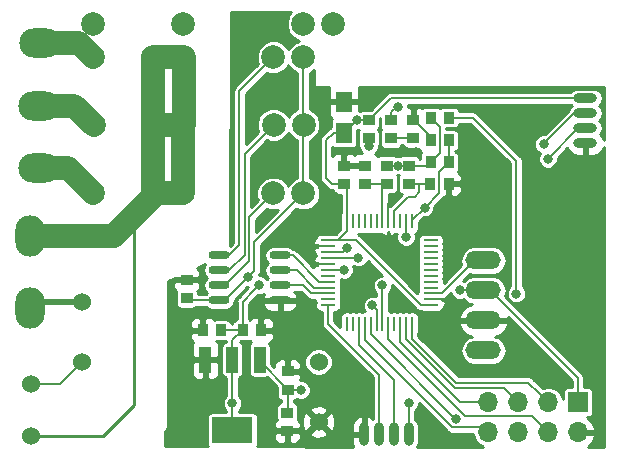
<source format=gbr>
%TF.GenerationSoftware,KiCad,Pcbnew,(5.0.2)-1*%
%TF.CreationDate,2020-06-03T15:28:38+08:00*%
%TF.ProjectId,MixRelays,4d697852-656c-4617-9973-2e6b69636164,rev?*%
%TF.SameCoordinates,Original*%
%TF.FileFunction,Copper,L2,Bot*%
%TF.FilePolarity,Positive*%
%FSLAX46Y46*%
G04 Gerber Fmt 4.6, Leading zero omitted, Abs format (unit mm)*
G04 Created by KiCad (PCBNEW (5.0.2)-1) date 2020-06-03 15:28:38*
%MOMM*%
%LPD*%
G01*
G04 APERTURE LIST*
%ADD10C,2.000000*%
%ADD11O,2.000000X0.800000*%
%ADD12R,1.350000X1.800000*%
%ADD13O,0.800000X2.000000*%
%ADD14O,3.000000X1.524000*%
%ADD15R,0.980000X0.930000*%
%ADD16C,1.524000*%
%ADD17R,0.930000X0.980000*%
%ADD18R,0.250000X1.300000*%
%ADD19R,1.300000X0.250000*%
%ADD20O,1.800000X0.700000*%
%ADD21O,2.500000X3.500000*%
%ADD22O,3.500000X2.500000*%
%ADD23R,1.700000X1.700000*%
%ADD24O,1.700000X1.700000*%
%ADD25R,1.000000X2.200000*%
%ADD26R,3.500000X2.200000*%
%ADD27C,0.800000*%
%ADD28C,0.200000*%
%ADD29C,0.500000*%
%ADD30C,2.000000*%
%ADD31C,0.250000*%
%ADD32C,0.254000*%
%ADD33C,0.350000*%
%ADD34O,1.500000X1.700000*%
%ADD35O,1.700000X1.500000*%
G04 APERTURE END LIST*
D10*
X139468860Y-102023260D03*
X136928860Y-102023260D03*
X126768860Y-102023260D03*
X119148860Y-102023260D03*
D11*
X160804860Y-108315760D03*
X160804860Y-109585760D03*
X160804860Y-110855760D03*
X160804860Y-112125760D03*
D12*
X140357860Y-111224060D03*
X140357860Y-108604060D03*
D13*
X145869660Y-136763760D03*
X144599660Y-136763760D03*
X143329660Y-136763760D03*
X142059660Y-136763760D03*
D14*
X152168860Y-129664460D03*
X152168860Y-127124460D03*
X152168860Y-124584460D03*
X152168860Y-122044460D03*
D15*
X145856960Y-114014760D03*
X145856960Y-115554760D03*
D16*
X113827560Y-136916440D03*
X113827560Y-132506720D03*
D17*
X149225760Y-111859060D03*
X147685760Y-111859060D03*
X147685760Y-113713260D03*
X149225760Y-113713260D03*
D15*
X142466060Y-111706660D03*
X142466060Y-110166660D03*
D17*
X147703160Y-109941360D03*
X149243160Y-109941360D03*
D18*
X140617760Y-118735860D03*
X141117760Y-118735860D03*
X141617760Y-118735860D03*
X142117760Y-118735860D03*
X142617760Y-118735860D03*
X143117760Y-118735860D03*
X143617760Y-118735860D03*
X144117760Y-118735860D03*
X144617760Y-118735860D03*
X145117760Y-118735860D03*
X145617760Y-118735860D03*
X146117760Y-118735860D03*
D19*
X147717760Y-120335860D03*
X147717760Y-120835860D03*
X147717760Y-121335860D03*
X147717760Y-121835860D03*
X147717760Y-122335860D03*
X147717760Y-122835860D03*
X147717760Y-123335860D03*
X147717760Y-123835860D03*
X147717760Y-124335860D03*
X147717760Y-124835860D03*
X147717760Y-125335860D03*
X147717760Y-125835860D03*
D18*
X146117760Y-127435860D03*
X145617760Y-127435860D03*
X145117760Y-127435860D03*
X144617760Y-127435860D03*
X144117760Y-127435860D03*
X143617760Y-127435860D03*
X143117760Y-127435860D03*
X142617760Y-127435860D03*
X142117760Y-127435860D03*
X141617760Y-127435860D03*
X141117760Y-127435860D03*
X140617760Y-127435860D03*
D19*
X139017760Y-125835860D03*
X139017760Y-125335860D03*
X139017760Y-124835860D03*
X139017760Y-124335860D03*
X139017760Y-123835860D03*
X139017760Y-123335860D03*
X139017760Y-122835860D03*
X139017760Y-122335860D03*
X139017760Y-121835860D03*
X139017760Y-121335860D03*
X139017760Y-120835860D03*
X139017760Y-120335860D03*
D20*
X134965440Y-121612660D03*
X134965440Y-122882660D03*
X134965440Y-124152660D03*
X134965440Y-125422660D03*
X129765440Y-125422660D03*
X129765440Y-124152660D03*
X129765440Y-122882660D03*
X129765440Y-121612660D03*
D16*
X118202080Y-125556660D03*
X118202080Y-130636660D03*
X138202080Y-130636660D03*
X138202080Y-135716660D03*
D21*
X113761520Y-119974360D03*
D22*
X114503200Y-114223800D03*
X114526060Y-108925360D03*
D15*
X140357860Y-115575460D03*
X140357860Y-114035460D03*
X135587384Y-132973370D03*
X135587384Y-131433370D03*
D17*
X133326050Y-127947776D03*
X131786050Y-127947776D03*
X129943150Y-127945236D03*
X128403150Y-127945236D03*
D15*
X146225260Y-111693960D03*
X146225260Y-110153960D03*
X144320260Y-110166660D03*
X144320260Y-111706660D03*
X144002760Y-115554760D03*
X144002760Y-114014760D03*
D23*
X160172400Y-134048500D03*
D24*
X160172400Y-136588500D03*
X157632400Y-134048500D03*
X157632400Y-136588500D03*
X155092400Y-134048500D03*
X155092400Y-136588500D03*
X152552400Y-134048500D03*
X152552400Y-136588500D03*
D10*
X119146989Y-104831420D03*
X134386989Y-104831420D03*
X136926989Y-104831420D03*
X124226989Y-104831420D03*
X126766989Y-104831420D03*
X126781560Y-110566200D03*
X124241560Y-110566200D03*
X136941560Y-110566200D03*
X134401560Y-110566200D03*
X119161560Y-110566200D03*
X119132500Y-116374060D03*
X134372500Y-116374060D03*
X136912500Y-116374060D03*
X124212500Y-116374060D03*
X126752500Y-116374060D03*
D15*
X127043180Y-123682000D03*
X127043180Y-125222000D03*
X135556904Y-134930950D03*
X135556904Y-136470950D03*
X142173960Y-115567460D03*
X142173960Y-114027460D03*
D25*
X128613784Y-130440350D03*
X130913784Y-130440350D03*
D26*
X130913784Y-136440350D03*
D25*
X133213784Y-130440350D03*
D22*
X114642900Y-103604060D03*
D21*
X113736120Y-126085600D03*
D17*
X149209760Y-115554760D03*
X147669760Y-115554760D03*
D27*
X144625060Y-116773960D03*
X135138160Y-127949960D03*
X126616460Y-128013460D03*
X140383260Y-112862360D03*
X146479260Y-112824260D03*
X138874500Y-108729780D03*
X154261820Y-109232700D03*
X153042620Y-110020100D03*
X144873980Y-125839220D03*
X141292580Y-124965460D03*
X145229580Y-121358660D03*
X147251420Y-119062500D03*
X141308732Y-123903582D03*
X146141122Y-124058998D03*
X135155940Y-107718860D03*
X131686300Y-102049580D03*
X135125460Y-113631980D03*
X133372860Y-118600220D03*
X147195540Y-135354060D03*
X152438100Y-131513580D03*
X147734020Y-128389380D03*
X141427960Y-110166660D03*
X133169660Y-124139960D03*
X144915650Y-114014760D03*
X145869660Y-134147560D03*
X130909060Y-134147564D03*
X149806660Y-135442960D03*
X140357860Y-122842020D03*
X141587220Y-121810780D03*
X140604299Y-121020091D03*
X140604300Y-121020090D03*
X136725660Y-133017260D03*
X132229860Y-123479560D03*
X150187660Y-124584460D03*
X147190460Y-117561360D03*
X143615728Y-124159328D03*
X142770860Y-125854460D03*
X142466060Y-112371660D03*
X157617160Y-113433860D03*
X157261560Y-112189260D03*
X145615660Y-120063260D03*
X144960060Y-109015770D03*
X154957780Y-124853700D03*
D28*
X144117760Y-118735860D02*
X144117760Y-117281260D01*
X144117760Y-117281260D02*
X144625060Y-116773960D01*
X144625060Y-116773960D02*
X144625060Y-116773960D01*
X147717760Y-125335860D02*
X149271160Y-125335860D01*
X137693980Y-120840500D02*
X139108180Y-120840500D01*
X140365860Y-114027460D02*
X140357860Y-114035460D01*
X142173960Y-114027460D02*
X140365860Y-114027460D01*
X146250260Y-110153960D02*
X146225260Y-110153960D01*
X147685760Y-111859060D02*
X147685760Y-111589460D01*
X147685760Y-111589460D02*
X146250260Y-110153960D01*
X137504740Y-122335860D02*
X137502900Y-122334020D01*
X139017760Y-122335860D02*
X137504740Y-122335860D01*
D29*
X114265060Y-125556660D02*
X118202080Y-125556660D01*
X113736120Y-126085600D02*
X114265060Y-125556660D01*
D30*
X124212500Y-116374060D02*
X126752500Y-116374060D01*
X124226989Y-116359571D02*
X124212500Y-116374060D01*
X124226989Y-104831420D02*
X124226989Y-116359571D01*
X126781560Y-110566200D02*
X124241560Y-110566200D01*
X126752500Y-116374060D02*
X126752500Y-110595260D01*
X126752500Y-110595260D02*
X126781560Y-110566200D01*
X126766989Y-104831420D02*
X124226989Y-104831420D01*
X126781560Y-110566200D02*
X126781560Y-104845991D01*
X126781560Y-104845991D02*
X126766989Y-104831420D01*
X124473820Y-116374060D02*
X126752500Y-116374060D01*
X113761520Y-119974360D02*
X120873520Y-119974360D01*
X120873520Y-119974360D02*
X124473820Y-116374060D01*
D31*
X122596110Y-118867390D02*
X122588020Y-118859300D01*
X122596110Y-134269010D02*
X122596110Y-118867390D01*
X113827560Y-136916440D02*
X119948680Y-136916440D01*
X119948680Y-136916440D02*
X122596110Y-134269010D01*
D28*
X129945690Y-127947776D02*
X129943150Y-127945236D01*
X131786050Y-127947776D02*
X129945690Y-127947776D01*
X131772660Y-127961166D02*
X131786050Y-127947776D01*
X130913784Y-130440350D02*
X130913784Y-128820042D01*
X130913784Y-128820042D02*
X131772660Y-127961166D01*
X139867760Y-120335860D02*
X140617760Y-119585860D01*
X140617760Y-115835360D02*
X140357860Y-115575460D01*
X140617760Y-118735860D02*
X140617760Y-115835360D01*
X140617760Y-119585860D02*
X140617760Y-118735860D01*
X139867760Y-120335860D02*
X139017760Y-120335860D01*
X147384260Y-114014760D02*
X147685760Y-113713260D01*
X145856960Y-114014760D02*
X147384260Y-114014760D01*
X141427960Y-110166660D02*
X141427960Y-110166660D01*
X140357860Y-111224060D02*
X140370560Y-111224060D01*
X140370560Y-111224060D02*
X141427960Y-110166660D01*
X141427960Y-110166660D02*
X142466060Y-110166660D01*
X139482860Y-111224060D02*
X138846560Y-111860360D01*
X140357860Y-111224060D02*
X139482860Y-111224060D01*
X138846560Y-111860360D02*
X138846560Y-115072160D01*
X139349860Y-115575460D02*
X140357860Y-115575460D01*
X138846560Y-115072160D02*
X139349860Y-115575460D01*
X131786050Y-125523570D02*
X132769661Y-124539959D01*
X132769661Y-124539959D02*
X133169660Y-124139960D01*
X131786050Y-127947776D02*
X131786050Y-125523570D01*
X147685760Y-113688260D02*
X147685760Y-113713260D01*
X148450761Y-112923259D02*
X147685760Y-113688260D01*
X148450761Y-110713961D02*
X148450761Y-112923259D01*
X147703160Y-109966360D02*
X148450761Y-110713961D01*
X147703160Y-109941360D02*
X147703160Y-109966360D01*
X144002760Y-114014760D02*
X144915650Y-114014760D01*
X145856960Y-114014760D02*
X144915650Y-114014760D01*
X145869660Y-136763760D02*
X145869660Y-134147560D01*
X145869660Y-134147560D02*
X145869660Y-134147560D01*
X130913784Y-136440350D02*
X130913784Y-134152288D01*
X130913784Y-134152288D02*
X130909060Y-134147564D01*
X130913784Y-130440350D02*
X130913784Y-134142840D01*
X130913784Y-134142840D02*
X130909060Y-134147564D01*
X160204860Y-108315760D02*
X160804860Y-108315760D01*
X144320260Y-108315760D02*
X160204860Y-108315760D01*
X142466060Y-110166660D02*
X142469360Y-110166660D01*
X142469360Y-110166660D02*
X144320260Y-108315760D01*
X139883532Y-120320088D02*
X139867760Y-120335860D01*
X146867760Y-125835860D02*
X141351988Y-120320088D01*
X141351988Y-120320088D02*
X139883532Y-120320088D01*
X147717760Y-125835860D02*
X146867760Y-125835860D01*
X143617760Y-117885860D02*
X143617760Y-118735860D01*
X143617760Y-115749260D02*
X143617760Y-117885860D01*
X144002760Y-115554760D02*
X143812260Y-115554760D01*
X143812260Y-115554760D02*
X143617760Y-115749260D01*
X143990060Y-115567460D02*
X144002760Y-115554760D01*
X142173960Y-115567460D02*
X143990060Y-115567460D01*
X145831960Y-115554760D02*
X145856960Y-115554760D01*
X146733260Y-115554760D02*
X147669760Y-115554760D01*
X145856960Y-115554760D02*
X146733260Y-115554760D01*
X146733260Y-116278660D02*
X146733260Y-115554760D01*
X146364960Y-116646960D02*
X146733260Y-116278660D01*
X145793460Y-116646960D02*
X146364960Y-116646960D01*
X144617760Y-118735860D02*
X144617760Y-117822660D01*
X144617760Y-117822660D02*
X145793460Y-116646960D01*
X156782401Y-133198501D02*
X157632400Y-134048500D01*
X155966160Y-132382260D02*
X156782401Y-133198501D01*
X149847300Y-132382260D02*
X155966160Y-132382260D01*
X146117760Y-127435860D02*
X146117760Y-128652720D01*
X146117760Y-128652720D02*
X149847300Y-132382260D01*
X145615660Y-128719580D02*
X145615660Y-127391160D01*
X149722840Y-132826760D02*
X145615660Y-128719580D01*
X155092400Y-134048500D02*
X153870660Y-132826760D01*
X153870660Y-132826760D02*
X149722840Y-132826760D01*
X150177500Y-134048500D02*
X152552400Y-134048500D01*
X145117760Y-127435860D02*
X145117760Y-128988760D01*
X145117760Y-128988760D02*
X150177500Y-134048500D01*
X144117760Y-128699960D02*
X144117760Y-127435860D01*
X150606288Y-135188488D02*
X144117760Y-128699960D01*
X151272962Y-135188488D02*
X150606288Y-135188488D01*
X151282975Y-135198501D02*
X151272962Y-135188488D01*
X157632400Y-136588500D02*
X156242401Y-135198501D01*
X156242401Y-135198501D02*
X151282975Y-135198501D01*
X149793960Y-135442960D02*
X149806660Y-135442960D01*
X142617760Y-127435860D02*
X142617760Y-128266760D01*
X142617760Y-128266760D02*
X149793960Y-135442960D01*
X152135840Y-136171940D02*
X152552400Y-136588500D01*
X149481540Y-136171940D02*
X152135840Y-136171940D01*
X142117760Y-127435860D02*
X142117760Y-128808160D01*
X142117760Y-128808160D02*
X149481540Y-136171940D01*
X139017760Y-122835860D02*
X140351700Y-122835860D01*
X140351700Y-122835860D02*
X140357860Y-122842020D01*
X141562140Y-121835860D02*
X141587220Y-121810780D01*
X139017760Y-121835860D02*
X141562140Y-121835860D01*
X140278430Y-121345960D02*
X140604300Y-121020090D01*
X139100560Y-121345960D02*
X140278430Y-121345960D01*
X146212560Y-111706660D02*
X146225260Y-111693960D01*
X144320260Y-111706660D02*
X146212560Y-111706660D01*
D30*
X117919629Y-103604060D02*
X114642900Y-103604060D01*
X119146989Y-104831420D02*
X117919629Y-103604060D01*
D28*
X131505960Y-107712449D02*
X134386989Y-104831420D01*
X131505960Y-120761760D02*
X131505960Y-107712449D01*
X129765440Y-121612660D02*
X130655060Y-121612660D01*
X130655060Y-121612660D02*
X131505960Y-120761760D01*
X135587384Y-134900470D02*
X135556904Y-134930950D01*
X135587384Y-132973370D02*
X135587384Y-134900470D01*
X135587384Y-132971184D02*
X135587384Y-132973370D01*
X133213784Y-130440350D02*
X133213784Y-130597584D01*
X133213784Y-130597584D02*
X135587384Y-132971184D01*
X127243840Y-125422660D02*
X127043180Y-125222000D01*
X129765440Y-125422660D02*
X127243840Y-125422660D01*
X136912500Y-104845909D02*
X136926989Y-104831420D01*
X136912500Y-116374060D02*
X136912500Y-104845909D01*
X129765440Y-125422660D02*
X130286760Y-125422660D01*
X130286760Y-125422660D02*
X132229860Y-123479560D01*
X135587384Y-132973370D02*
X136681770Y-132973370D01*
X136681770Y-132973370D02*
X136725660Y-133017260D01*
X135912501Y-117374059D02*
X136912500Y-116374060D01*
X132775960Y-120510600D02*
X135912501Y-117374059D01*
X132229860Y-123479560D02*
X132775960Y-122933460D01*
X132775960Y-122933460D02*
X132775960Y-120510600D01*
X152168860Y-124584460D02*
X150187660Y-124584460D01*
X152747980Y-124584460D02*
X152168860Y-124584460D01*
X160172400Y-134048500D02*
X160172400Y-132008880D01*
X160172400Y-132008880D02*
X152747980Y-124584460D01*
D30*
X114503200Y-114223800D02*
X115555627Y-114223800D01*
X116982240Y-114223800D02*
X114503200Y-114223800D01*
X119132500Y-116374060D02*
X116982240Y-114223800D01*
D28*
X132344160Y-118402400D02*
X134372500Y-116374060D01*
X132344160Y-122123940D02*
X132344160Y-118402400D01*
X129765440Y-124152660D02*
X130315440Y-124152660D01*
X130315440Y-124152660D02*
X132344160Y-122123940D01*
X130655060Y-122882660D02*
X129765440Y-122882660D01*
X131937760Y-121599960D02*
X130655060Y-122882660D01*
X134401560Y-110566200D02*
X131937760Y-113030000D01*
X131937760Y-113030000D02*
X131937760Y-121599960D01*
D30*
X117520720Y-108925360D02*
X114526060Y-108925360D01*
X119161560Y-110566200D02*
X117520720Y-108925360D01*
D28*
X149225760Y-113713260D02*
X149225760Y-111859060D01*
X149225760Y-113738260D02*
X149225760Y-113713260D01*
X148434761Y-114529259D02*
X149225760Y-113738260D01*
X148434761Y-116317059D02*
X148434761Y-114529259D01*
X146117760Y-118735860D02*
X146117760Y-118634060D01*
X146117760Y-118634060D02*
X147190460Y-117561360D01*
X147190460Y-117561360D02*
X148434761Y-116317059D01*
X143617760Y-127435860D02*
X143617760Y-124161360D01*
X143617760Y-124161360D02*
X143615728Y-124159328D01*
X142770860Y-125854460D02*
X142770860Y-125854460D01*
X143117760Y-126201360D02*
X142770860Y-125854460D01*
X143117760Y-127435860D02*
X143117760Y-126201360D01*
X141617760Y-128285860D02*
X141617760Y-127435860D01*
X141617760Y-129209860D02*
X141617760Y-128285860D01*
X144599660Y-136763760D02*
X144599660Y-132191760D01*
X144599660Y-132191760D02*
X141617760Y-129209860D01*
X143329660Y-131734560D02*
X143329660Y-136763760D01*
X139011660Y-127416560D02*
X143329660Y-131734560D01*
X139011660Y-125842660D02*
X139011660Y-127416560D01*
X139017760Y-125835860D02*
X139018460Y-125835860D01*
X139018460Y-125835860D02*
X139011660Y-125842660D01*
X136034780Y-121612660D02*
X134965440Y-121612660D01*
X139017760Y-123835860D02*
X138257980Y-123835860D01*
X138257980Y-123835860D02*
X136034780Y-121612660D01*
X136405620Y-122882660D02*
X134965440Y-122882660D01*
X139017760Y-124335860D02*
X137858820Y-124335860D01*
X137858820Y-124335860D02*
X136405620Y-122882660D01*
X136908540Y-124152660D02*
X134965440Y-124152660D01*
X139017760Y-124835860D02*
X137591740Y-124835860D01*
X137591740Y-124835860D02*
X136908540Y-124152660D01*
X142440660Y-111706660D02*
X142466060Y-111706660D01*
X142466060Y-111706660D02*
X142466060Y-112371660D01*
X142466060Y-112371660D02*
X142466060Y-112544860D01*
X142466060Y-112371660D02*
X142466060Y-112371660D01*
X157626760Y-113433860D02*
X157617160Y-113433860D01*
X160804860Y-110855760D02*
X160204860Y-110855760D01*
X160204860Y-110855760D02*
X157626760Y-113433860D01*
X157661559Y-111789261D02*
X157261560Y-112189260D01*
X159865060Y-109585760D02*
X157661559Y-111789261D01*
X160804860Y-109585760D02*
X159865060Y-109585760D01*
X144960060Y-108861860D02*
X144960060Y-108861860D01*
X145617760Y-120061160D02*
X145615660Y-120063260D01*
X145617760Y-118735860D02*
X145617760Y-120061160D01*
X144320260Y-109501660D02*
X144806150Y-109015770D01*
X144320260Y-110166660D02*
X144320260Y-109501660D01*
X144806150Y-109015770D02*
X144960060Y-109015770D01*
X116332020Y-132506720D02*
X118202080Y-130636660D01*
X113827560Y-132506720D02*
X116332020Y-132506720D01*
X151282400Y-109941360D02*
X149243160Y-109941360D01*
X154957780Y-124853700D02*
X154957780Y-113616740D01*
X154957780Y-113616740D02*
X151282400Y-109941360D01*
X151430860Y-122044460D02*
X152168860Y-122044460D01*
X148639460Y-124835860D02*
X151430860Y-122044460D01*
X147717760Y-124835860D02*
X148639460Y-124835860D01*
D32*
G36*
X159608627Y-108911993D02*
X159666646Y-108950760D01*
X159608627Y-108989527D01*
X159425844Y-109263081D01*
X159421721Y-109283808D01*
X157343270Y-111362260D01*
X157097059Y-111362260D01*
X156793102Y-111488163D01*
X156560463Y-111720802D01*
X156434560Y-112024759D01*
X156434560Y-112353761D01*
X156560463Y-112657718D01*
X156793102Y-112890357D01*
X156933113Y-112948352D01*
X156916063Y-112965402D01*
X156790160Y-113269359D01*
X156790160Y-113598361D01*
X156916063Y-113902318D01*
X157148702Y-114134957D01*
X157452659Y-114260860D01*
X157781661Y-114260860D01*
X158085618Y-114134957D01*
X158318257Y-113902318D01*
X158444160Y-113598361D01*
X158444160Y-113361750D01*
X159270323Y-112535587D01*
X159383202Y-112767813D01*
X159691450Y-113033375D01*
X160077860Y-113160760D01*
X160677860Y-113160760D01*
X160677860Y-112252760D01*
X160657860Y-112252760D01*
X160657860Y-111998760D01*
X160677860Y-111998760D01*
X160677860Y-111978760D01*
X160931860Y-111978760D01*
X160931860Y-111998760D01*
X160951860Y-111998760D01*
X160951860Y-112252760D01*
X160931860Y-112252760D01*
X160931860Y-113160760D01*
X161531860Y-113160760D01*
X161918270Y-113033375D01*
X162226518Y-112767813D01*
X162382583Y-112446740D01*
X162385989Y-137801295D01*
X161004202Y-137801019D01*
X161367583Y-137469858D01*
X161613886Y-136945392D01*
X161493219Y-136715500D01*
X160299400Y-136715500D01*
X160299400Y-136735500D01*
X160045400Y-136735500D01*
X160045400Y-136715500D01*
X160025400Y-136715500D01*
X160025400Y-136461500D01*
X160045400Y-136461500D01*
X160045400Y-136441500D01*
X160299400Y-136441500D01*
X160299400Y-136461500D01*
X161493219Y-136461500D01*
X161613886Y-136231608D01*
X161367583Y-135707142D01*
X160957989Y-135333865D01*
X161022400Y-135333865D01*
X161189007Y-135300725D01*
X161330250Y-135206350D01*
X161424625Y-135065107D01*
X161457765Y-134898500D01*
X161457765Y-133198500D01*
X161424625Y-133031893D01*
X161330250Y-132890650D01*
X161189007Y-132796275D01*
X161022400Y-132763135D01*
X160699400Y-132763135D01*
X160699400Y-132060777D01*
X160709723Y-132008879D01*
X160699400Y-131956981D01*
X160699400Y-131956977D01*
X160668823Y-131803255D01*
X160552345Y-131628935D01*
X160508345Y-131599535D01*
X153998964Y-125090154D01*
X154026873Y-125048384D01*
X154119153Y-124584460D01*
X154026873Y-124120536D01*
X153764081Y-123727239D01*
X153370784Y-123464447D01*
X153023962Y-123395460D01*
X151313758Y-123395460D01*
X150966936Y-123464447D01*
X150573639Y-123727239D01*
X150509813Y-123822762D01*
X150430642Y-123789968D01*
X151041338Y-123179272D01*
X151313758Y-123233460D01*
X153023962Y-123233460D01*
X153370784Y-123164473D01*
X153764081Y-122901681D01*
X154026873Y-122508384D01*
X154119153Y-122044460D01*
X154026873Y-121580536D01*
X153764081Y-121187239D01*
X153370784Y-120924447D01*
X153023962Y-120855460D01*
X151313758Y-120855460D01*
X150966936Y-120924447D01*
X150573639Y-121187239D01*
X150310847Y-121580536D01*
X150218567Y-122044460D01*
X150296048Y-122433982D01*
X148803125Y-123926905D01*
X148803125Y-123710860D01*
X148778261Y-123585860D01*
X148803125Y-123460860D01*
X148803125Y-123210860D01*
X148778261Y-123085860D01*
X148803125Y-122960860D01*
X148803125Y-122710860D01*
X148778261Y-122585860D01*
X148803125Y-122460860D01*
X148803125Y-122210860D01*
X148778261Y-122085860D01*
X148803125Y-121960860D01*
X148803125Y-121710860D01*
X148778261Y-121585860D01*
X148803125Y-121460860D01*
X148803125Y-121210860D01*
X148778261Y-121085860D01*
X148803125Y-120960860D01*
X148803125Y-120710860D01*
X148778261Y-120585860D01*
X148803125Y-120460860D01*
X148803125Y-120210860D01*
X148769985Y-120044253D01*
X148675610Y-119903010D01*
X148534367Y-119808635D01*
X148367760Y-119775495D01*
X147067760Y-119775495D01*
X146901153Y-119808635D01*
X146759910Y-119903010D01*
X146665535Y-120044253D01*
X146632395Y-120210860D01*
X146632395Y-120460860D01*
X146657259Y-120585860D01*
X146632395Y-120710860D01*
X146632395Y-120960860D01*
X146657259Y-121085860D01*
X146632395Y-121210860D01*
X146632395Y-121460860D01*
X146657259Y-121585860D01*
X146632395Y-121710860D01*
X146632395Y-121960860D01*
X146657259Y-122085860D01*
X146632395Y-122210860D01*
X146632395Y-122460860D01*
X146657259Y-122585860D01*
X146632395Y-122710860D01*
X146632395Y-122960860D01*
X146657259Y-123085860D01*
X146632395Y-123210860D01*
X146632395Y-123460860D01*
X146657259Y-123585860D01*
X146632395Y-123710860D01*
X146632395Y-123960860D01*
X146657259Y-124085860D01*
X146632395Y-124210860D01*
X146632395Y-124460860D01*
X146657259Y-124585860D01*
X146632395Y-124710860D01*
X146632395Y-124748200D01*
X146578893Y-124801702D01*
X141761333Y-119984143D01*
X141731933Y-119940143D01*
X141681057Y-119906148D01*
X141639198Y-119878179D01*
X141557613Y-119823665D01*
X141545346Y-119821225D01*
X141742760Y-119821225D01*
X141867760Y-119796361D01*
X141992760Y-119821225D01*
X142242760Y-119821225D01*
X142367760Y-119796361D01*
X142492760Y-119821225D01*
X142742760Y-119821225D01*
X142867760Y-119796361D01*
X142992760Y-119821225D01*
X143242760Y-119821225D01*
X143367760Y-119796361D01*
X143492760Y-119821225D01*
X143530100Y-119821225D01*
X143633061Y-119924187D01*
X143866450Y-120020860D01*
X143896510Y-120020860D01*
X144055260Y-119862110D01*
X144055260Y-119686751D01*
X144117760Y-119593212D01*
X144180260Y-119686751D01*
X144180260Y-119862110D01*
X144339010Y-120020860D01*
X144369070Y-120020860D01*
X144602459Y-119924187D01*
X144705420Y-119821225D01*
X144742760Y-119821225D01*
X144827781Y-119804313D01*
X144788660Y-119898759D01*
X144788660Y-120227761D01*
X144914563Y-120531718D01*
X145147202Y-120764357D01*
X145451159Y-120890260D01*
X145780161Y-120890260D01*
X146084118Y-120764357D01*
X146316757Y-120531718D01*
X146442660Y-120227761D01*
X146442660Y-119898759D01*
X146397773Y-119790391D01*
X146409367Y-119788085D01*
X146550610Y-119693710D01*
X146644985Y-119552467D01*
X146678125Y-119385860D01*
X146678125Y-118818985D01*
X147108751Y-118388360D01*
X147354961Y-118388360D01*
X147658918Y-118262457D01*
X147891557Y-118029818D01*
X148017460Y-117725861D01*
X148017460Y-117479650D01*
X148770706Y-116726404D01*
X148814706Y-116697004D01*
X148826228Y-116679760D01*
X148924010Y-116679760D01*
X149082760Y-116521010D01*
X149082760Y-115681760D01*
X149336760Y-115681760D01*
X149336760Y-116521010D01*
X149495510Y-116679760D01*
X149801069Y-116679760D01*
X150034458Y-116583087D01*
X150213087Y-116404459D01*
X150309760Y-116171070D01*
X150309760Y-115840510D01*
X150151010Y-115681760D01*
X149336760Y-115681760D01*
X149082760Y-115681760D01*
X149062760Y-115681760D01*
X149062760Y-115427760D01*
X149082760Y-115427760D01*
X149082760Y-115407760D01*
X149336760Y-115407760D01*
X149336760Y-115427760D01*
X150151010Y-115427760D01*
X150309760Y-115269010D01*
X150309760Y-114938450D01*
X150213087Y-114705061D01*
X150034458Y-114526433D01*
X149998172Y-114511403D01*
X149998610Y-114511110D01*
X150092985Y-114369867D01*
X150126125Y-114203260D01*
X150126125Y-113223260D01*
X150092985Y-113056653D01*
X149998610Y-112915410D01*
X149857367Y-112821035D01*
X149752760Y-112800227D01*
X149752760Y-112772093D01*
X149857367Y-112751285D01*
X149998610Y-112656910D01*
X150092985Y-112515667D01*
X150126125Y-112349060D01*
X150126125Y-111369060D01*
X150092985Y-111202453D01*
X149998610Y-111061210D01*
X149857367Y-110966835D01*
X149690760Y-110933695D01*
X148977761Y-110933695D01*
X148977761Y-110866725D01*
X149708160Y-110866725D01*
X149874767Y-110833585D01*
X150016010Y-110739210D01*
X150110385Y-110597967D01*
X150136165Y-110468360D01*
X151064110Y-110468360D01*
X154430781Y-113835032D01*
X154430780Y-124211145D01*
X154256683Y-124385242D01*
X154130780Y-124689199D01*
X154130780Y-125018201D01*
X154256683Y-125322158D01*
X154489322Y-125554797D01*
X154793279Y-125680700D01*
X155122281Y-125680700D01*
X155426238Y-125554797D01*
X155658877Y-125322158D01*
X155784780Y-125018201D01*
X155784780Y-124689199D01*
X155658877Y-124385242D01*
X155484780Y-124211145D01*
X155484780Y-113668637D01*
X155495103Y-113616739D01*
X155484780Y-113564841D01*
X155484780Y-113564837D01*
X155454203Y-113411115D01*
X155418923Y-113358315D01*
X155367126Y-113280795D01*
X155367123Y-113280792D01*
X155337725Y-113236795D01*
X155293728Y-113207397D01*
X151691745Y-109605415D01*
X151662345Y-109561415D01*
X151488025Y-109444937D01*
X151334303Y-109414360D01*
X151334298Y-109414360D01*
X151282400Y-109404037D01*
X151230502Y-109414360D01*
X150136165Y-109414360D01*
X150110385Y-109284753D01*
X150016010Y-109143510D01*
X149874767Y-109049135D01*
X149708160Y-109015995D01*
X148778160Y-109015995D01*
X148611553Y-109049135D01*
X148473160Y-109141606D01*
X148334767Y-109049135D01*
X148168160Y-109015995D01*
X147238160Y-109015995D01*
X147071553Y-109049135D01*
X146979084Y-109110920D01*
X146841570Y-109053960D01*
X146511010Y-109053960D01*
X146352260Y-109212710D01*
X146352260Y-110026960D01*
X146372260Y-110026960D01*
X146372260Y-110280960D01*
X146352260Y-110280960D01*
X146352260Y-110300960D01*
X146098260Y-110300960D01*
X146098260Y-110280960D01*
X146078260Y-110280960D01*
X146078260Y-110026960D01*
X146098260Y-110026960D01*
X146098260Y-109212710D01*
X145939510Y-109053960D01*
X145787060Y-109053960D01*
X145787060Y-108851269D01*
X145783535Y-108842760D01*
X159562367Y-108842760D01*
X159608627Y-108911993D01*
X159608627Y-108911993D01*
G37*
X159608627Y-108911993D02*
X159666646Y-108950760D01*
X159608627Y-108989527D01*
X159425844Y-109263081D01*
X159421721Y-109283808D01*
X157343270Y-111362260D01*
X157097059Y-111362260D01*
X156793102Y-111488163D01*
X156560463Y-111720802D01*
X156434560Y-112024759D01*
X156434560Y-112353761D01*
X156560463Y-112657718D01*
X156793102Y-112890357D01*
X156933113Y-112948352D01*
X156916063Y-112965402D01*
X156790160Y-113269359D01*
X156790160Y-113598361D01*
X156916063Y-113902318D01*
X157148702Y-114134957D01*
X157452659Y-114260860D01*
X157781661Y-114260860D01*
X158085618Y-114134957D01*
X158318257Y-113902318D01*
X158444160Y-113598361D01*
X158444160Y-113361750D01*
X159270323Y-112535587D01*
X159383202Y-112767813D01*
X159691450Y-113033375D01*
X160077860Y-113160760D01*
X160677860Y-113160760D01*
X160677860Y-112252760D01*
X160657860Y-112252760D01*
X160657860Y-111998760D01*
X160677860Y-111998760D01*
X160677860Y-111978760D01*
X160931860Y-111978760D01*
X160931860Y-111998760D01*
X160951860Y-111998760D01*
X160951860Y-112252760D01*
X160931860Y-112252760D01*
X160931860Y-113160760D01*
X161531860Y-113160760D01*
X161918270Y-113033375D01*
X162226518Y-112767813D01*
X162382583Y-112446740D01*
X162385989Y-137801295D01*
X161004202Y-137801019D01*
X161367583Y-137469858D01*
X161613886Y-136945392D01*
X161493219Y-136715500D01*
X160299400Y-136715500D01*
X160299400Y-136735500D01*
X160045400Y-136735500D01*
X160045400Y-136715500D01*
X160025400Y-136715500D01*
X160025400Y-136461500D01*
X160045400Y-136461500D01*
X160045400Y-136441500D01*
X160299400Y-136441500D01*
X160299400Y-136461500D01*
X161493219Y-136461500D01*
X161613886Y-136231608D01*
X161367583Y-135707142D01*
X160957989Y-135333865D01*
X161022400Y-135333865D01*
X161189007Y-135300725D01*
X161330250Y-135206350D01*
X161424625Y-135065107D01*
X161457765Y-134898500D01*
X161457765Y-133198500D01*
X161424625Y-133031893D01*
X161330250Y-132890650D01*
X161189007Y-132796275D01*
X161022400Y-132763135D01*
X160699400Y-132763135D01*
X160699400Y-132060777D01*
X160709723Y-132008879D01*
X160699400Y-131956981D01*
X160699400Y-131956977D01*
X160668823Y-131803255D01*
X160552345Y-131628935D01*
X160508345Y-131599535D01*
X153998964Y-125090154D01*
X154026873Y-125048384D01*
X154119153Y-124584460D01*
X154026873Y-124120536D01*
X153764081Y-123727239D01*
X153370784Y-123464447D01*
X153023962Y-123395460D01*
X151313758Y-123395460D01*
X150966936Y-123464447D01*
X150573639Y-123727239D01*
X150509813Y-123822762D01*
X150430642Y-123789968D01*
X151041338Y-123179272D01*
X151313758Y-123233460D01*
X153023962Y-123233460D01*
X153370784Y-123164473D01*
X153764081Y-122901681D01*
X154026873Y-122508384D01*
X154119153Y-122044460D01*
X154026873Y-121580536D01*
X153764081Y-121187239D01*
X153370784Y-120924447D01*
X153023962Y-120855460D01*
X151313758Y-120855460D01*
X150966936Y-120924447D01*
X150573639Y-121187239D01*
X150310847Y-121580536D01*
X150218567Y-122044460D01*
X150296048Y-122433982D01*
X148803125Y-123926905D01*
X148803125Y-123710860D01*
X148778261Y-123585860D01*
X148803125Y-123460860D01*
X148803125Y-123210860D01*
X148778261Y-123085860D01*
X148803125Y-122960860D01*
X148803125Y-122710860D01*
X148778261Y-122585860D01*
X148803125Y-122460860D01*
X148803125Y-122210860D01*
X148778261Y-122085860D01*
X148803125Y-121960860D01*
X148803125Y-121710860D01*
X148778261Y-121585860D01*
X148803125Y-121460860D01*
X148803125Y-121210860D01*
X148778261Y-121085860D01*
X148803125Y-120960860D01*
X148803125Y-120710860D01*
X148778261Y-120585860D01*
X148803125Y-120460860D01*
X148803125Y-120210860D01*
X148769985Y-120044253D01*
X148675610Y-119903010D01*
X148534367Y-119808635D01*
X148367760Y-119775495D01*
X147067760Y-119775495D01*
X146901153Y-119808635D01*
X146759910Y-119903010D01*
X146665535Y-120044253D01*
X146632395Y-120210860D01*
X146632395Y-120460860D01*
X146657259Y-120585860D01*
X146632395Y-120710860D01*
X146632395Y-120960860D01*
X146657259Y-121085860D01*
X146632395Y-121210860D01*
X146632395Y-121460860D01*
X146657259Y-121585860D01*
X146632395Y-121710860D01*
X146632395Y-121960860D01*
X146657259Y-122085860D01*
X146632395Y-122210860D01*
X146632395Y-122460860D01*
X146657259Y-122585860D01*
X146632395Y-122710860D01*
X146632395Y-122960860D01*
X146657259Y-123085860D01*
X146632395Y-123210860D01*
X146632395Y-123460860D01*
X146657259Y-123585860D01*
X146632395Y-123710860D01*
X146632395Y-123960860D01*
X146657259Y-124085860D01*
X146632395Y-124210860D01*
X146632395Y-124460860D01*
X146657259Y-124585860D01*
X146632395Y-124710860D01*
X146632395Y-124748200D01*
X146578893Y-124801702D01*
X141761333Y-119984143D01*
X141731933Y-119940143D01*
X141681057Y-119906148D01*
X141639198Y-119878179D01*
X141557613Y-119823665D01*
X141545346Y-119821225D01*
X141742760Y-119821225D01*
X141867760Y-119796361D01*
X141992760Y-119821225D01*
X142242760Y-119821225D01*
X142367760Y-119796361D01*
X142492760Y-119821225D01*
X142742760Y-119821225D01*
X142867760Y-119796361D01*
X142992760Y-119821225D01*
X143242760Y-119821225D01*
X143367760Y-119796361D01*
X143492760Y-119821225D01*
X143530100Y-119821225D01*
X143633061Y-119924187D01*
X143866450Y-120020860D01*
X143896510Y-120020860D01*
X144055260Y-119862110D01*
X144055260Y-119686751D01*
X144117760Y-119593212D01*
X144180260Y-119686751D01*
X144180260Y-119862110D01*
X144339010Y-120020860D01*
X144369070Y-120020860D01*
X144602459Y-119924187D01*
X144705420Y-119821225D01*
X144742760Y-119821225D01*
X144827781Y-119804313D01*
X144788660Y-119898759D01*
X144788660Y-120227761D01*
X144914563Y-120531718D01*
X145147202Y-120764357D01*
X145451159Y-120890260D01*
X145780161Y-120890260D01*
X146084118Y-120764357D01*
X146316757Y-120531718D01*
X146442660Y-120227761D01*
X146442660Y-119898759D01*
X146397773Y-119790391D01*
X146409367Y-119788085D01*
X146550610Y-119693710D01*
X146644985Y-119552467D01*
X146678125Y-119385860D01*
X146678125Y-118818985D01*
X147108751Y-118388360D01*
X147354961Y-118388360D01*
X147658918Y-118262457D01*
X147891557Y-118029818D01*
X148017460Y-117725861D01*
X148017460Y-117479650D01*
X148770706Y-116726404D01*
X148814706Y-116697004D01*
X148826228Y-116679760D01*
X148924010Y-116679760D01*
X149082760Y-116521010D01*
X149082760Y-115681760D01*
X149336760Y-115681760D01*
X149336760Y-116521010D01*
X149495510Y-116679760D01*
X149801069Y-116679760D01*
X150034458Y-116583087D01*
X150213087Y-116404459D01*
X150309760Y-116171070D01*
X150309760Y-115840510D01*
X150151010Y-115681760D01*
X149336760Y-115681760D01*
X149082760Y-115681760D01*
X149062760Y-115681760D01*
X149062760Y-115427760D01*
X149082760Y-115427760D01*
X149082760Y-115407760D01*
X149336760Y-115407760D01*
X149336760Y-115427760D01*
X150151010Y-115427760D01*
X150309760Y-115269010D01*
X150309760Y-114938450D01*
X150213087Y-114705061D01*
X150034458Y-114526433D01*
X149998172Y-114511403D01*
X149998610Y-114511110D01*
X150092985Y-114369867D01*
X150126125Y-114203260D01*
X150126125Y-113223260D01*
X150092985Y-113056653D01*
X149998610Y-112915410D01*
X149857367Y-112821035D01*
X149752760Y-112800227D01*
X149752760Y-112772093D01*
X149857367Y-112751285D01*
X149998610Y-112656910D01*
X150092985Y-112515667D01*
X150126125Y-112349060D01*
X150126125Y-111369060D01*
X150092985Y-111202453D01*
X149998610Y-111061210D01*
X149857367Y-110966835D01*
X149690760Y-110933695D01*
X148977761Y-110933695D01*
X148977761Y-110866725D01*
X149708160Y-110866725D01*
X149874767Y-110833585D01*
X150016010Y-110739210D01*
X150110385Y-110597967D01*
X150136165Y-110468360D01*
X151064110Y-110468360D01*
X154430781Y-113835032D01*
X154430780Y-124211145D01*
X154256683Y-124385242D01*
X154130780Y-124689199D01*
X154130780Y-125018201D01*
X154256683Y-125322158D01*
X154489322Y-125554797D01*
X154793279Y-125680700D01*
X155122281Y-125680700D01*
X155426238Y-125554797D01*
X155658877Y-125322158D01*
X155784780Y-125018201D01*
X155784780Y-124689199D01*
X155658877Y-124385242D01*
X155484780Y-124211145D01*
X155484780Y-113668637D01*
X155495103Y-113616739D01*
X155484780Y-113564841D01*
X155484780Y-113564837D01*
X155454203Y-113411115D01*
X155418923Y-113358315D01*
X155367126Y-113280795D01*
X155367123Y-113280792D01*
X155337725Y-113236795D01*
X155293728Y-113207397D01*
X151691745Y-109605415D01*
X151662345Y-109561415D01*
X151488025Y-109444937D01*
X151334303Y-109414360D01*
X151334298Y-109414360D01*
X151282400Y-109404037D01*
X151230502Y-109414360D01*
X150136165Y-109414360D01*
X150110385Y-109284753D01*
X150016010Y-109143510D01*
X149874767Y-109049135D01*
X149708160Y-109015995D01*
X148778160Y-109015995D01*
X148611553Y-109049135D01*
X148473160Y-109141606D01*
X148334767Y-109049135D01*
X148168160Y-109015995D01*
X147238160Y-109015995D01*
X147071553Y-109049135D01*
X146979084Y-109110920D01*
X146841570Y-109053960D01*
X146511010Y-109053960D01*
X146352260Y-109212710D01*
X146352260Y-110026960D01*
X146372260Y-110026960D01*
X146372260Y-110280960D01*
X146352260Y-110280960D01*
X146352260Y-110300960D01*
X146098260Y-110300960D01*
X146098260Y-110280960D01*
X146078260Y-110280960D01*
X146078260Y-110026960D01*
X146098260Y-110026960D01*
X146098260Y-109212710D01*
X145939510Y-109053960D01*
X145787060Y-109053960D01*
X145787060Y-108851269D01*
X145783535Y-108842760D01*
X159562367Y-108842760D01*
X159608627Y-108911993D01*
G36*
X149072194Y-136507884D02*
X149101595Y-136551885D01*
X149145595Y-136581285D01*
X149145596Y-136581286D01*
X149162765Y-136592758D01*
X149275915Y-136668363D01*
X149429637Y-136698940D01*
X149429641Y-136698940D01*
X149481540Y-136709263D01*
X149533439Y-136698940D01*
X151272351Y-136698940D01*
X151349493Y-137086760D01*
X151631735Y-137509165D01*
X152054140Y-137791407D01*
X152093509Y-137799238D01*
X146574043Y-137798135D01*
X146648676Y-137686439D01*
X146696660Y-137445208D01*
X146696660Y-136082312D01*
X146648676Y-135841081D01*
X146465893Y-135567527D01*
X146396660Y-135521267D01*
X146396660Y-134790115D01*
X146570757Y-134616018D01*
X146696660Y-134312061D01*
X146696660Y-134132350D01*
X149072194Y-136507884D01*
X149072194Y-136507884D01*
G37*
X149072194Y-136507884D02*
X149101595Y-136551885D01*
X149145595Y-136581285D01*
X149145596Y-136581286D01*
X149162765Y-136592758D01*
X149275915Y-136668363D01*
X149429637Y-136698940D01*
X149429641Y-136698940D01*
X149481540Y-136709263D01*
X149533439Y-136698940D01*
X151272351Y-136698940D01*
X151349493Y-137086760D01*
X151631735Y-137509165D01*
X152054140Y-137791407D01*
X152093509Y-137799238D01*
X146574043Y-137798135D01*
X146648676Y-137686439D01*
X146696660Y-137445208D01*
X146696660Y-136082312D01*
X146648676Y-135841081D01*
X146465893Y-135567527D01*
X146396660Y-135521267D01*
X146396660Y-134790115D01*
X146570757Y-134616018D01*
X146696660Y-134312061D01*
X146696660Y-134132350D01*
X149072194Y-136507884D01*
G36*
X137182396Y-125171807D02*
X137211795Y-125215805D01*
X137255792Y-125245203D01*
X137255795Y-125245206D01*
X137386114Y-125332283D01*
X137418127Y-125338651D01*
X137539837Y-125362860D01*
X137539841Y-125362860D01*
X137591740Y-125373183D01*
X137643639Y-125362860D01*
X137932395Y-125362860D01*
X137932395Y-125460860D01*
X137957259Y-125585860D01*
X137932395Y-125710860D01*
X137932395Y-125960860D01*
X137965535Y-126127467D01*
X138059910Y-126268710D01*
X138201153Y-126363085D01*
X138367760Y-126396225D01*
X138484660Y-126396225D01*
X138484661Y-127364658D01*
X138474337Y-127416560D01*
X138515238Y-127622185D01*
X138602314Y-127752504D01*
X138602318Y-127752508D01*
X138631716Y-127796505D01*
X138675713Y-127825903D01*
X142802660Y-131952851D01*
X142802661Y-135459276D01*
X142701713Y-135342102D01*
X142345783Y-135169094D01*
X142186660Y-135296762D01*
X142186660Y-136636760D01*
X142206660Y-136636760D01*
X142206660Y-136890760D01*
X142186660Y-136890760D01*
X142186660Y-136910760D01*
X141932660Y-136910760D01*
X141932660Y-136890760D01*
X141024660Y-136890760D01*
X141024660Y-137490760D01*
X141125631Y-137797046D01*
X133006898Y-137795423D01*
X133066009Y-137706957D01*
X133099149Y-137540350D01*
X133099149Y-136756700D01*
X134431904Y-136756700D01*
X134431904Y-137062259D01*
X134528577Y-137295648D01*
X134707205Y-137474277D01*
X134940594Y-137570950D01*
X135271154Y-137570950D01*
X135429904Y-137412200D01*
X135429904Y-136597950D01*
X135683904Y-136597950D01*
X135683904Y-137412200D01*
X135842654Y-137570950D01*
X136173214Y-137570950D01*
X136406603Y-137474277D01*
X136585231Y-137295648D01*
X136681904Y-137062259D01*
X136681904Y-136756700D01*
X136622077Y-136696873D01*
X137401472Y-136696873D01*
X137470937Y-136939057D01*
X137994382Y-137125804D01*
X138549448Y-137098022D01*
X138933223Y-136939057D01*
X139002688Y-136696873D01*
X138202080Y-135896265D01*
X137401472Y-136696873D01*
X136622077Y-136696873D01*
X136523154Y-136597950D01*
X135683904Y-136597950D01*
X135429904Y-136597950D01*
X134590654Y-136597950D01*
X134431904Y-136756700D01*
X133099149Y-136756700D01*
X133099149Y-135340350D01*
X133066009Y-135173743D01*
X132971634Y-135032500D01*
X132830391Y-134938125D01*
X132663784Y-134904985D01*
X131440784Y-134904985D01*
X131440784Y-134785395D01*
X131610157Y-134616022D01*
X131736060Y-134312065D01*
X131736060Y-133983063D01*
X131610157Y-133679106D01*
X131440784Y-133509733D01*
X131440784Y-131970344D01*
X131580391Y-131942575D01*
X131721634Y-131848200D01*
X131816009Y-131706957D01*
X131849149Y-131540350D01*
X131849149Y-129340350D01*
X131816009Y-129173743D01*
X131721634Y-129032500D01*
X131580391Y-128938125D01*
X131547528Y-128931588D01*
X131605975Y-128873141D01*
X132251050Y-128873141D01*
X132373944Y-128848696D01*
X132496941Y-128971692D01*
X132405934Y-129032500D01*
X132311559Y-129173743D01*
X132278419Y-129340350D01*
X132278419Y-131540350D01*
X132311559Y-131706957D01*
X132405934Y-131848200D01*
X132547177Y-131942575D01*
X132713784Y-131975715D01*
X133713784Y-131975715D01*
X133824585Y-131953675D01*
X134662019Y-132791110D01*
X134662019Y-133438370D01*
X134695159Y-133604977D01*
X134789534Y-133746220D01*
X134930777Y-133840595D01*
X135060384Y-133866375D01*
X135060385Y-134031882D01*
X134900297Y-134063725D01*
X134759054Y-134158100D01*
X134664679Y-134299343D01*
X134631539Y-134465950D01*
X134631539Y-135395950D01*
X134655984Y-135518844D01*
X134528577Y-135646252D01*
X134431904Y-135879641D01*
X134431904Y-136185200D01*
X134590654Y-136343950D01*
X135429904Y-136343950D01*
X135429904Y-136323950D01*
X135683904Y-136323950D01*
X135683904Y-136343950D01*
X136523154Y-136343950D01*
X136681904Y-136185200D01*
X136681904Y-135879641D01*
X136585231Y-135646252D01*
X136457824Y-135518844D01*
X136459789Y-135508962D01*
X136792936Y-135508962D01*
X136820718Y-136064028D01*
X136979683Y-136447803D01*
X137221867Y-136517268D01*
X138022475Y-135716660D01*
X138381685Y-135716660D01*
X139182293Y-136517268D01*
X139424477Y-136447803D01*
X139571122Y-136036760D01*
X141024660Y-136036760D01*
X141024660Y-136636760D01*
X141932660Y-136636760D01*
X141932660Y-135296762D01*
X141773537Y-135169094D01*
X141417607Y-135342102D01*
X141152045Y-135650350D01*
X141024660Y-136036760D01*
X139571122Y-136036760D01*
X139611224Y-135924358D01*
X139583442Y-135369292D01*
X139424477Y-134985517D01*
X139182293Y-134916052D01*
X138381685Y-135716660D01*
X138022475Y-135716660D01*
X137221867Y-134916052D01*
X136979683Y-134985517D01*
X136792936Y-135508962D01*
X136459789Y-135508962D01*
X136482269Y-135395950D01*
X136482269Y-134736447D01*
X137401472Y-134736447D01*
X138202080Y-135537055D01*
X139002688Y-134736447D01*
X138933223Y-134494263D01*
X138409778Y-134307516D01*
X137854712Y-134335298D01*
X137470937Y-134494263D01*
X137401472Y-134736447D01*
X136482269Y-134736447D01*
X136482269Y-134465950D01*
X136449129Y-134299343D01*
X136354754Y-134158100D01*
X136213511Y-134063725D01*
X136114384Y-134044008D01*
X136114384Y-133866375D01*
X136243991Y-133840595D01*
X136361980Y-133761758D01*
X136561159Y-133844260D01*
X136890161Y-133844260D01*
X137194118Y-133718357D01*
X137426757Y-133485718D01*
X137552660Y-133181761D01*
X137552660Y-132852759D01*
X137426757Y-132548802D01*
X137194118Y-132316163D01*
X136890161Y-132190260D01*
X136643798Y-132190260D01*
X136712384Y-132024679D01*
X136712384Y-131719120D01*
X136553634Y-131560370D01*
X135714384Y-131560370D01*
X135714384Y-131580370D01*
X135460384Y-131580370D01*
X135460384Y-131560370D01*
X135440384Y-131560370D01*
X135440384Y-131306370D01*
X135460384Y-131306370D01*
X135460384Y-130492120D01*
X135714384Y-130492120D01*
X135714384Y-131306370D01*
X136553634Y-131306370D01*
X136712384Y-131147620D01*
X136712384Y-130842061D01*
X136615711Y-130608672D01*
X136437083Y-130430043D01*
X136364923Y-130400153D01*
X137013080Y-130400153D01*
X137013080Y-130873167D01*
X137194094Y-131310174D01*
X137528566Y-131644646D01*
X137965573Y-131825660D01*
X138438587Y-131825660D01*
X138875594Y-131644646D01*
X139210066Y-131310174D01*
X139391080Y-130873167D01*
X139391080Y-130400153D01*
X139210066Y-129963146D01*
X138875594Y-129628674D01*
X138438587Y-129447660D01*
X137965573Y-129447660D01*
X137528566Y-129628674D01*
X137194094Y-129963146D01*
X137013080Y-130400153D01*
X136364923Y-130400153D01*
X136203694Y-130333370D01*
X135873134Y-130333370D01*
X135714384Y-130492120D01*
X135460384Y-130492120D01*
X135301634Y-130333370D01*
X134971074Y-130333370D01*
X134737685Y-130430043D01*
X134559057Y-130608672D01*
X134462384Y-130842061D01*
X134462384Y-131100894D01*
X134149149Y-130787659D01*
X134149149Y-129340350D01*
X134116009Y-129173743D01*
X134021634Y-129032500D01*
X134018940Y-129030700D01*
X134150748Y-128976103D01*
X134329377Y-128797475D01*
X134426050Y-128564086D01*
X134426050Y-128233526D01*
X134267300Y-128074776D01*
X133453050Y-128074776D01*
X133453050Y-128094776D01*
X133199050Y-128094776D01*
X133199050Y-128074776D01*
X133179050Y-128074776D01*
X133179050Y-127820776D01*
X133199050Y-127820776D01*
X133199050Y-126981526D01*
X133453050Y-126981526D01*
X133453050Y-127820776D01*
X134267300Y-127820776D01*
X134426050Y-127662026D01*
X134426050Y-127331466D01*
X134329377Y-127098077D01*
X134150748Y-126919449D01*
X133917359Y-126822776D01*
X133611800Y-126822776D01*
X133453050Y-126981526D01*
X133199050Y-126981526D01*
X133040300Y-126822776D01*
X132734741Y-126822776D01*
X132501352Y-126919449D01*
X132373944Y-127046856D01*
X132313050Y-127034743D01*
X132313050Y-125741860D01*
X132354012Y-125700898D01*
X133470555Y-125700898D01*
X133629137Y-126029358D01*
X133921164Y-126284081D01*
X134288440Y-126407660D01*
X134838440Y-126407660D01*
X134838440Y-125549660D01*
X135092440Y-125549660D01*
X135092440Y-126407660D01*
X135642440Y-126407660D01*
X136009716Y-126284081D01*
X136301743Y-126029358D01*
X136460325Y-125700898D01*
X136331871Y-125549660D01*
X135092440Y-125549660D01*
X134838440Y-125549660D01*
X133599009Y-125549660D01*
X133470555Y-125700898D01*
X132354012Y-125700898D01*
X133087951Y-124966960D01*
X133334161Y-124966960D01*
X133611747Y-124851980D01*
X133470555Y-125144422D01*
X133599009Y-125295660D01*
X134838440Y-125295660D01*
X134838440Y-125275660D01*
X135092440Y-125275660D01*
X135092440Y-125295660D01*
X136331871Y-125295660D01*
X136460325Y-125144422D01*
X136301743Y-124815962D01*
X136145480Y-124679660D01*
X136690250Y-124679660D01*
X137182396Y-125171807D01*
X137182396Y-125171807D01*
G37*
X137182396Y-125171807D02*
X137211795Y-125215805D01*
X137255792Y-125245203D01*
X137255795Y-125245206D01*
X137386114Y-125332283D01*
X137418127Y-125338651D01*
X137539837Y-125362860D01*
X137539841Y-125362860D01*
X137591740Y-125373183D01*
X137643639Y-125362860D01*
X137932395Y-125362860D01*
X137932395Y-125460860D01*
X137957259Y-125585860D01*
X137932395Y-125710860D01*
X137932395Y-125960860D01*
X137965535Y-126127467D01*
X138059910Y-126268710D01*
X138201153Y-126363085D01*
X138367760Y-126396225D01*
X138484660Y-126396225D01*
X138484661Y-127364658D01*
X138474337Y-127416560D01*
X138515238Y-127622185D01*
X138602314Y-127752504D01*
X138602318Y-127752508D01*
X138631716Y-127796505D01*
X138675713Y-127825903D01*
X142802660Y-131952851D01*
X142802661Y-135459276D01*
X142701713Y-135342102D01*
X142345783Y-135169094D01*
X142186660Y-135296762D01*
X142186660Y-136636760D01*
X142206660Y-136636760D01*
X142206660Y-136890760D01*
X142186660Y-136890760D01*
X142186660Y-136910760D01*
X141932660Y-136910760D01*
X141932660Y-136890760D01*
X141024660Y-136890760D01*
X141024660Y-137490760D01*
X141125631Y-137797046D01*
X133006898Y-137795423D01*
X133066009Y-137706957D01*
X133099149Y-137540350D01*
X133099149Y-136756700D01*
X134431904Y-136756700D01*
X134431904Y-137062259D01*
X134528577Y-137295648D01*
X134707205Y-137474277D01*
X134940594Y-137570950D01*
X135271154Y-137570950D01*
X135429904Y-137412200D01*
X135429904Y-136597950D01*
X135683904Y-136597950D01*
X135683904Y-137412200D01*
X135842654Y-137570950D01*
X136173214Y-137570950D01*
X136406603Y-137474277D01*
X136585231Y-137295648D01*
X136681904Y-137062259D01*
X136681904Y-136756700D01*
X136622077Y-136696873D01*
X137401472Y-136696873D01*
X137470937Y-136939057D01*
X137994382Y-137125804D01*
X138549448Y-137098022D01*
X138933223Y-136939057D01*
X139002688Y-136696873D01*
X138202080Y-135896265D01*
X137401472Y-136696873D01*
X136622077Y-136696873D01*
X136523154Y-136597950D01*
X135683904Y-136597950D01*
X135429904Y-136597950D01*
X134590654Y-136597950D01*
X134431904Y-136756700D01*
X133099149Y-136756700D01*
X133099149Y-135340350D01*
X133066009Y-135173743D01*
X132971634Y-135032500D01*
X132830391Y-134938125D01*
X132663784Y-134904985D01*
X131440784Y-134904985D01*
X131440784Y-134785395D01*
X131610157Y-134616022D01*
X131736060Y-134312065D01*
X131736060Y-133983063D01*
X131610157Y-133679106D01*
X131440784Y-133509733D01*
X131440784Y-131970344D01*
X131580391Y-131942575D01*
X131721634Y-131848200D01*
X131816009Y-131706957D01*
X131849149Y-131540350D01*
X131849149Y-129340350D01*
X131816009Y-129173743D01*
X131721634Y-129032500D01*
X131580391Y-128938125D01*
X131547528Y-128931588D01*
X131605975Y-128873141D01*
X132251050Y-128873141D01*
X132373944Y-128848696D01*
X132496941Y-128971692D01*
X132405934Y-129032500D01*
X132311559Y-129173743D01*
X132278419Y-129340350D01*
X132278419Y-131540350D01*
X132311559Y-131706957D01*
X132405934Y-131848200D01*
X132547177Y-131942575D01*
X132713784Y-131975715D01*
X133713784Y-131975715D01*
X133824585Y-131953675D01*
X134662019Y-132791110D01*
X134662019Y-133438370D01*
X134695159Y-133604977D01*
X134789534Y-133746220D01*
X134930777Y-133840595D01*
X135060384Y-133866375D01*
X135060385Y-134031882D01*
X134900297Y-134063725D01*
X134759054Y-134158100D01*
X134664679Y-134299343D01*
X134631539Y-134465950D01*
X134631539Y-135395950D01*
X134655984Y-135518844D01*
X134528577Y-135646252D01*
X134431904Y-135879641D01*
X134431904Y-136185200D01*
X134590654Y-136343950D01*
X135429904Y-136343950D01*
X135429904Y-136323950D01*
X135683904Y-136323950D01*
X135683904Y-136343950D01*
X136523154Y-136343950D01*
X136681904Y-136185200D01*
X136681904Y-135879641D01*
X136585231Y-135646252D01*
X136457824Y-135518844D01*
X136459789Y-135508962D01*
X136792936Y-135508962D01*
X136820718Y-136064028D01*
X136979683Y-136447803D01*
X137221867Y-136517268D01*
X138022475Y-135716660D01*
X138381685Y-135716660D01*
X139182293Y-136517268D01*
X139424477Y-136447803D01*
X139571122Y-136036760D01*
X141024660Y-136036760D01*
X141024660Y-136636760D01*
X141932660Y-136636760D01*
X141932660Y-135296762D01*
X141773537Y-135169094D01*
X141417607Y-135342102D01*
X141152045Y-135650350D01*
X141024660Y-136036760D01*
X139571122Y-136036760D01*
X139611224Y-135924358D01*
X139583442Y-135369292D01*
X139424477Y-134985517D01*
X139182293Y-134916052D01*
X138381685Y-135716660D01*
X138022475Y-135716660D01*
X137221867Y-134916052D01*
X136979683Y-134985517D01*
X136792936Y-135508962D01*
X136459789Y-135508962D01*
X136482269Y-135395950D01*
X136482269Y-134736447D01*
X137401472Y-134736447D01*
X138202080Y-135537055D01*
X139002688Y-134736447D01*
X138933223Y-134494263D01*
X138409778Y-134307516D01*
X137854712Y-134335298D01*
X137470937Y-134494263D01*
X137401472Y-134736447D01*
X136482269Y-134736447D01*
X136482269Y-134465950D01*
X136449129Y-134299343D01*
X136354754Y-134158100D01*
X136213511Y-134063725D01*
X136114384Y-134044008D01*
X136114384Y-133866375D01*
X136243991Y-133840595D01*
X136361980Y-133761758D01*
X136561159Y-133844260D01*
X136890161Y-133844260D01*
X137194118Y-133718357D01*
X137426757Y-133485718D01*
X137552660Y-133181761D01*
X137552660Y-132852759D01*
X137426757Y-132548802D01*
X137194118Y-132316163D01*
X136890161Y-132190260D01*
X136643798Y-132190260D01*
X136712384Y-132024679D01*
X136712384Y-131719120D01*
X136553634Y-131560370D01*
X135714384Y-131560370D01*
X135714384Y-131580370D01*
X135460384Y-131580370D01*
X135460384Y-131560370D01*
X135440384Y-131560370D01*
X135440384Y-131306370D01*
X135460384Y-131306370D01*
X135460384Y-130492120D01*
X135714384Y-130492120D01*
X135714384Y-131306370D01*
X136553634Y-131306370D01*
X136712384Y-131147620D01*
X136712384Y-130842061D01*
X136615711Y-130608672D01*
X136437083Y-130430043D01*
X136364923Y-130400153D01*
X137013080Y-130400153D01*
X137013080Y-130873167D01*
X137194094Y-131310174D01*
X137528566Y-131644646D01*
X137965573Y-131825660D01*
X138438587Y-131825660D01*
X138875594Y-131644646D01*
X139210066Y-131310174D01*
X139391080Y-130873167D01*
X139391080Y-130400153D01*
X139210066Y-129963146D01*
X138875594Y-129628674D01*
X138438587Y-129447660D01*
X137965573Y-129447660D01*
X137528566Y-129628674D01*
X137194094Y-129963146D01*
X137013080Y-130400153D01*
X136364923Y-130400153D01*
X136203694Y-130333370D01*
X135873134Y-130333370D01*
X135714384Y-130492120D01*
X135460384Y-130492120D01*
X135301634Y-130333370D01*
X134971074Y-130333370D01*
X134737685Y-130430043D01*
X134559057Y-130608672D01*
X134462384Y-130842061D01*
X134462384Y-131100894D01*
X134149149Y-130787659D01*
X134149149Y-129340350D01*
X134116009Y-129173743D01*
X134021634Y-129032500D01*
X134018940Y-129030700D01*
X134150748Y-128976103D01*
X134329377Y-128797475D01*
X134426050Y-128564086D01*
X134426050Y-128233526D01*
X134267300Y-128074776D01*
X133453050Y-128074776D01*
X133453050Y-128094776D01*
X133199050Y-128094776D01*
X133199050Y-128074776D01*
X133179050Y-128074776D01*
X133179050Y-127820776D01*
X133199050Y-127820776D01*
X133199050Y-126981526D01*
X133453050Y-126981526D01*
X133453050Y-127820776D01*
X134267300Y-127820776D01*
X134426050Y-127662026D01*
X134426050Y-127331466D01*
X134329377Y-127098077D01*
X134150748Y-126919449D01*
X133917359Y-126822776D01*
X133611800Y-126822776D01*
X133453050Y-126981526D01*
X133199050Y-126981526D01*
X133040300Y-126822776D01*
X132734741Y-126822776D01*
X132501352Y-126919449D01*
X132373944Y-127046856D01*
X132313050Y-127034743D01*
X132313050Y-125741860D01*
X132354012Y-125700898D01*
X133470555Y-125700898D01*
X133629137Y-126029358D01*
X133921164Y-126284081D01*
X134288440Y-126407660D01*
X134838440Y-126407660D01*
X134838440Y-125549660D01*
X135092440Y-125549660D01*
X135092440Y-126407660D01*
X135642440Y-126407660D01*
X136009716Y-126284081D01*
X136301743Y-126029358D01*
X136460325Y-125700898D01*
X136331871Y-125549660D01*
X135092440Y-125549660D01*
X134838440Y-125549660D01*
X133599009Y-125549660D01*
X133470555Y-125700898D01*
X132354012Y-125700898D01*
X133087951Y-124966960D01*
X133334161Y-124966960D01*
X133611747Y-124851980D01*
X133470555Y-125144422D01*
X133599009Y-125295660D01*
X134838440Y-125295660D01*
X134838440Y-125275660D01*
X135092440Y-125275660D01*
X135092440Y-125295660D01*
X136331871Y-125295660D01*
X136460325Y-125144422D01*
X136301743Y-124815962D01*
X136145480Y-124679660D01*
X136690250Y-124679660D01*
X137182396Y-125171807D01*
G36*
X128483522Y-122579490D02*
X128423218Y-122882660D01*
X128483522Y-123185830D01*
X128655254Y-123442846D01*
X128767221Y-123517660D01*
X128655254Y-123592474D01*
X128483522Y-123849490D01*
X128423218Y-124152660D01*
X128483522Y-124455830D01*
X128655254Y-124712846D01*
X128767221Y-124787660D01*
X128655254Y-124862474D01*
X128633080Y-124895660D01*
X127968545Y-124895660D01*
X127968545Y-124757000D01*
X127944100Y-124634106D01*
X128071507Y-124506698D01*
X128168180Y-124273309D01*
X128168180Y-123967750D01*
X128009430Y-123809000D01*
X127170180Y-123809000D01*
X127170180Y-123829000D01*
X126916180Y-123829000D01*
X126916180Y-123809000D01*
X126076930Y-123809000D01*
X125918180Y-123967750D01*
X125918180Y-124273309D01*
X126014853Y-124506698D01*
X126142260Y-124634106D01*
X126117815Y-124757000D01*
X126117815Y-125687000D01*
X126150955Y-125853607D01*
X126245330Y-125994850D01*
X126386573Y-126089225D01*
X126553180Y-126122365D01*
X127533180Y-126122365D01*
X127699787Y-126089225D01*
X127841030Y-125994850D01*
X127871225Y-125949660D01*
X128633080Y-125949660D01*
X128655254Y-125982846D01*
X128912270Y-126154578D01*
X129138914Y-126199660D01*
X130391966Y-126199660D01*
X130618610Y-126154578D01*
X130875626Y-125982846D01*
X131047358Y-125725830D01*
X131107662Y-125422660D01*
X131095117Y-125359593D01*
X132148150Y-124306560D01*
X132257769Y-124306560D01*
X131450103Y-125114227D01*
X131406106Y-125143625D01*
X131376708Y-125187622D01*
X131376704Y-125187626D01*
X131289628Y-125317945D01*
X131248727Y-125523570D01*
X131259051Y-125575472D01*
X131259050Y-127034743D01*
X131154443Y-127055551D01*
X131013200Y-127149926D01*
X130918825Y-127291169D01*
X130893045Y-127420776D01*
X130836661Y-127420776D01*
X130810375Y-127288629D01*
X130716000Y-127147386D01*
X130574757Y-127053011D01*
X130408150Y-127019871D01*
X129478150Y-127019871D01*
X129355256Y-127044316D01*
X129227848Y-126916909D01*
X128994459Y-126820236D01*
X128688900Y-126820236D01*
X128530150Y-126978986D01*
X128530150Y-127818236D01*
X128550150Y-127818236D01*
X128550150Y-128072236D01*
X128530150Y-128072236D01*
X128530150Y-128092236D01*
X128276150Y-128092236D01*
X128276150Y-128072236D01*
X127461900Y-128072236D01*
X127303150Y-128230986D01*
X127303150Y-128561546D01*
X127399823Y-128794935D01*
X127578452Y-128973563D01*
X127581346Y-128974762D01*
X127575457Y-128980651D01*
X127478784Y-129214040D01*
X127478784Y-130154600D01*
X127637534Y-130313350D01*
X128486784Y-130313350D01*
X128486784Y-130293350D01*
X128740784Y-130293350D01*
X128740784Y-130313350D01*
X129590034Y-130313350D01*
X129748784Y-130154600D01*
X129748784Y-129214040D01*
X129652111Y-128980651D01*
X129542060Y-128870601D01*
X130386518Y-128870601D01*
X130386785Y-128871944D01*
X130386785Y-128910355D01*
X130247177Y-128938125D01*
X130105934Y-129032500D01*
X130011559Y-129173743D01*
X129978419Y-129340350D01*
X129978419Y-131540350D01*
X130011559Y-131706957D01*
X130105934Y-131848200D01*
X130247177Y-131942575D01*
X130386784Y-131970344D01*
X130386785Y-133500284D01*
X130207963Y-133679106D01*
X130082060Y-133983063D01*
X130082060Y-134312065D01*
X130207963Y-134616022D01*
X130386785Y-134794844D01*
X130386785Y-134904985D01*
X129163784Y-134904985D01*
X128997177Y-134938125D01*
X128855934Y-135032500D01*
X128761559Y-135173743D01*
X128728419Y-135340350D01*
X128728419Y-137540350D01*
X128761559Y-137706957D01*
X128820111Y-137794586D01*
X125183729Y-137793859D01*
X125183312Y-136606960D01*
X125198845Y-136592758D01*
X125198847Y-136592754D01*
X125320360Y-136427423D01*
X125320361Y-136427422D01*
X125376529Y-136307324D01*
X125407472Y-136241162D01*
X125407472Y-136241161D01*
X125428931Y-136153891D01*
X125444103Y-136131185D01*
X125474680Y-135977463D01*
X125474680Y-130726100D01*
X127478784Y-130726100D01*
X127478784Y-131666660D01*
X127575457Y-131900049D01*
X127754086Y-132078677D01*
X127987475Y-132175350D01*
X128328034Y-132175350D01*
X128486784Y-132016600D01*
X128486784Y-130567350D01*
X128740784Y-130567350D01*
X128740784Y-132016600D01*
X128899534Y-132175350D01*
X129240093Y-132175350D01*
X129473482Y-132078677D01*
X129652111Y-131900049D01*
X129748784Y-131666660D01*
X129748784Y-130726100D01*
X129590034Y-130567350D01*
X128740784Y-130567350D01*
X128486784Y-130567350D01*
X127637534Y-130567350D01*
X127478784Y-130726100D01*
X125474680Y-130726100D01*
X125474680Y-127328926D01*
X127303150Y-127328926D01*
X127303150Y-127659486D01*
X127461900Y-127818236D01*
X128276150Y-127818236D01*
X128276150Y-126978986D01*
X128117400Y-126820236D01*
X127811841Y-126820236D01*
X127578452Y-126916909D01*
X127399823Y-127095537D01*
X127303150Y-127328926D01*
X125474680Y-127328926D01*
X125474680Y-123796772D01*
X126056691Y-123534761D01*
X126076930Y-123555000D01*
X126916180Y-123555000D01*
X126916180Y-123535000D01*
X127170180Y-123535000D01*
X127170180Y-123555000D01*
X128009430Y-123555000D01*
X128168180Y-123396250D01*
X128168180Y-123090691D01*
X128071507Y-122857302D01*
X127913199Y-122698993D01*
X128614680Y-122383198D01*
X128483522Y-122579490D01*
X128483522Y-122579490D01*
G37*
X128483522Y-122579490D02*
X128423218Y-122882660D01*
X128483522Y-123185830D01*
X128655254Y-123442846D01*
X128767221Y-123517660D01*
X128655254Y-123592474D01*
X128483522Y-123849490D01*
X128423218Y-124152660D01*
X128483522Y-124455830D01*
X128655254Y-124712846D01*
X128767221Y-124787660D01*
X128655254Y-124862474D01*
X128633080Y-124895660D01*
X127968545Y-124895660D01*
X127968545Y-124757000D01*
X127944100Y-124634106D01*
X128071507Y-124506698D01*
X128168180Y-124273309D01*
X128168180Y-123967750D01*
X128009430Y-123809000D01*
X127170180Y-123809000D01*
X127170180Y-123829000D01*
X126916180Y-123829000D01*
X126916180Y-123809000D01*
X126076930Y-123809000D01*
X125918180Y-123967750D01*
X125918180Y-124273309D01*
X126014853Y-124506698D01*
X126142260Y-124634106D01*
X126117815Y-124757000D01*
X126117815Y-125687000D01*
X126150955Y-125853607D01*
X126245330Y-125994850D01*
X126386573Y-126089225D01*
X126553180Y-126122365D01*
X127533180Y-126122365D01*
X127699787Y-126089225D01*
X127841030Y-125994850D01*
X127871225Y-125949660D01*
X128633080Y-125949660D01*
X128655254Y-125982846D01*
X128912270Y-126154578D01*
X129138914Y-126199660D01*
X130391966Y-126199660D01*
X130618610Y-126154578D01*
X130875626Y-125982846D01*
X131047358Y-125725830D01*
X131107662Y-125422660D01*
X131095117Y-125359593D01*
X132148150Y-124306560D01*
X132257769Y-124306560D01*
X131450103Y-125114227D01*
X131406106Y-125143625D01*
X131376708Y-125187622D01*
X131376704Y-125187626D01*
X131289628Y-125317945D01*
X131248727Y-125523570D01*
X131259051Y-125575472D01*
X131259050Y-127034743D01*
X131154443Y-127055551D01*
X131013200Y-127149926D01*
X130918825Y-127291169D01*
X130893045Y-127420776D01*
X130836661Y-127420776D01*
X130810375Y-127288629D01*
X130716000Y-127147386D01*
X130574757Y-127053011D01*
X130408150Y-127019871D01*
X129478150Y-127019871D01*
X129355256Y-127044316D01*
X129227848Y-126916909D01*
X128994459Y-126820236D01*
X128688900Y-126820236D01*
X128530150Y-126978986D01*
X128530150Y-127818236D01*
X128550150Y-127818236D01*
X128550150Y-128072236D01*
X128530150Y-128072236D01*
X128530150Y-128092236D01*
X128276150Y-128092236D01*
X128276150Y-128072236D01*
X127461900Y-128072236D01*
X127303150Y-128230986D01*
X127303150Y-128561546D01*
X127399823Y-128794935D01*
X127578452Y-128973563D01*
X127581346Y-128974762D01*
X127575457Y-128980651D01*
X127478784Y-129214040D01*
X127478784Y-130154600D01*
X127637534Y-130313350D01*
X128486784Y-130313350D01*
X128486784Y-130293350D01*
X128740784Y-130293350D01*
X128740784Y-130313350D01*
X129590034Y-130313350D01*
X129748784Y-130154600D01*
X129748784Y-129214040D01*
X129652111Y-128980651D01*
X129542060Y-128870601D01*
X130386518Y-128870601D01*
X130386785Y-128871944D01*
X130386785Y-128910355D01*
X130247177Y-128938125D01*
X130105934Y-129032500D01*
X130011559Y-129173743D01*
X129978419Y-129340350D01*
X129978419Y-131540350D01*
X130011559Y-131706957D01*
X130105934Y-131848200D01*
X130247177Y-131942575D01*
X130386784Y-131970344D01*
X130386785Y-133500284D01*
X130207963Y-133679106D01*
X130082060Y-133983063D01*
X130082060Y-134312065D01*
X130207963Y-134616022D01*
X130386785Y-134794844D01*
X130386785Y-134904985D01*
X129163784Y-134904985D01*
X128997177Y-134938125D01*
X128855934Y-135032500D01*
X128761559Y-135173743D01*
X128728419Y-135340350D01*
X128728419Y-137540350D01*
X128761559Y-137706957D01*
X128820111Y-137794586D01*
X125183729Y-137793859D01*
X125183312Y-136606960D01*
X125198845Y-136592758D01*
X125198847Y-136592754D01*
X125320360Y-136427423D01*
X125320361Y-136427422D01*
X125376529Y-136307324D01*
X125407472Y-136241162D01*
X125407472Y-136241161D01*
X125428931Y-136153891D01*
X125444103Y-136131185D01*
X125474680Y-135977463D01*
X125474680Y-130726100D01*
X127478784Y-130726100D01*
X127478784Y-131666660D01*
X127575457Y-131900049D01*
X127754086Y-132078677D01*
X127987475Y-132175350D01*
X128328034Y-132175350D01*
X128486784Y-132016600D01*
X128486784Y-130567350D01*
X128740784Y-130567350D01*
X128740784Y-132016600D01*
X128899534Y-132175350D01*
X129240093Y-132175350D01*
X129473482Y-132078677D01*
X129652111Y-131900049D01*
X129748784Y-131666660D01*
X129748784Y-130726100D01*
X129590034Y-130567350D01*
X128740784Y-130567350D01*
X128486784Y-130567350D01*
X127637534Y-130567350D01*
X127478784Y-130726100D01*
X125474680Y-130726100D01*
X125474680Y-127328926D01*
X127303150Y-127328926D01*
X127303150Y-127659486D01*
X127461900Y-127818236D01*
X128276150Y-127818236D01*
X128276150Y-126978986D01*
X128117400Y-126820236D01*
X127811841Y-126820236D01*
X127578452Y-126916909D01*
X127399823Y-127095537D01*
X127303150Y-127328926D01*
X125474680Y-127328926D01*
X125474680Y-123796772D01*
X126056691Y-123534761D01*
X126076930Y-123555000D01*
X126916180Y-123555000D01*
X126916180Y-123535000D01*
X127170180Y-123535000D01*
X127170180Y-123555000D01*
X128009430Y-123555000D01*
X128168180Y-123396250D01*
X128168180Y-123090691D01*
X128071507Y-122857302D01*
X127913199Y-122698993D01*
X128614680Y-122383198D01*
X128483522Y-122579490D01*
G36*
X146458417Y-126171808D02*
X146487815Y-126215805D01*
X146531812Y-126245203D01*
X146531815Y-126245206D01*
X146589996Y-126284081D01*
X146662135Y-126332283D01*
X146815857Y-126362860D01*
X146815861Y-126362860D01*
X146867760Y-126373183D01*
X146909840Y-126364813D01*
X147067760Y-126396225D01*
X148367760Y-126396225D01*
X148534367Y-126363085D01*
X148675610Y-126268710D01*
X148769985Y-126127467D01*
X148803125Y-125960860D01*
X148803125Y-125923520D01*
X148906087Y-125820559D01*
X149002760Y-125587170D01*
X149002760Y-125557110D01*
X148844010Y-125398360D01*
X148668651Y-125398360D01*
X148627372Y-125370779D01*
X148639460Y-125373183D01*
X148691358Y-125362860D01*
X148691363Y-125362860D01*
X148845085Y-125332283D01*
X149019405Y-125215805D01*
X149048805Y-125171805D01*
X149393168Y-124827442D01*
X149486563Y-125052918D01*
X149719202Y-125285557D01*
X150023159Y-125411460D01*
X150352161Y-125411460D01*
X150509813Y-125346158D01*
X150573639Y-125441681D01*
X150966936Y-125704473D01*
X151214741Y-125753764D01*
X150778919Y-125882401D01*
X150353230Y-126226434D01*
X150091600Y-126707183D01*
X150076640Y-126781390D01*
X150199140Y-126997460D01*
X152041860Y-126997460D01*
X152041860Y-126977460D01*
X152295860Y-126977460D01*
X152295860Y-126997460D01*
X154138580Y-126997460D01*
X154238843Y-126820613D01*
X159645401Y-132227171D01*
X159645401Y-132763135D01*
X159322400Y-132763135D01*
X159155793Y-132796275D01*
X159014550Y-132890650D01*
X158920175Y-133031893D01*
X158887035Y-133198500D01*
X158887035Y-133810294D01*
X158835307Y-133550240D01*
X158553065Y-133127835D01*
X158130660Y-132845593D01*
X157758169Y-132771500D01*
X157506631Y-132771500D01*
X157168041Y-132838850D01*
X156375505Y-132046315D01*
X156346105Y-132002315D01*
X156171785Y-131885837D01*
X156018063Y-131855260D01*
X156018058Y-131855260D01*
X155966160Y-131844937D01*
X155914262Y-131855260D01*
X150065591Y-131855260D01*
X146644760Y-128434430D01*
X146644760Y-128252804D01*
X146644985Y-128252467D01*
X146678125Y-128085860D01*
X146678125Y-127467530D01*
X150076640Y-127467530D01*
X150091600Y-127541737D01*
X150353230Y-128022486D01*
X150778919Y-128366519D01*
X151214741Y-128495156D01*
X150966936Y-128544447D01*
X150573639Y-128807239D01*
X150310847Y-129200536D01*
X150218567Y-129664460D01*
X150310847Y-130128384D01*
X150573639Y-130521681D01*
X150966936Y-130784473D01*
X151313758Y-130853460D01*
X153023962Y-130853460D01*
X153370784Y-130784473D01*
X153764081Y-130521681D01*
X154026873Y-130128384D01*
X154119153Y-129664460D01*
X154026873Y-129200536D01*
X153764081Y-128807239D01*
X153370784Y-128544447D01*
X153122979Y-128495156D01*
X153558801Y-128366519D01*
X153984490Y-128022486D01*
X154246120Y-127541737D01*
X154261080Y-127467530D01*
X154138580Y-127251460D01*
X152295860Y-127251460D01*
X152295860Y-127271460D01*
X152041860Y-127271460D01*
X152041860Y-127251460D01*
X150199140Y-127251460D01*
X150076640Y-127467530D01*
X146678125Y-127467530D01*
X146678125Y-126785860D01*
X146644985Y-126619253D01*
X146550610Y-126478010D01*
X146409367Y-126383635D01*
X146242760Y-126350495D01*
X145992760Y-126350495D01*
X145867760Y-126375359D01*
X145742760Y-126350495D01*
X145492760Y-126350495D01*
X145367760Y-126375359D01*
X145242760Y-126350495D01*
X144992760Y-126350495D01*
X144867760Y-126375359D01*
X144742760Y-126350495D01*
X144492760Y-126350495D01*
X144367760Y-126375359D01*
X144242760Y-126350495D01*
X144144760Y-126350495D01*
X144144760Y-124799851D01*
X144316825Y-124627786D01*
X144442728Y-124323829D01*
X144442728Y-124156119D01*
X146458417Y-126171808D01*
X146458417Y-126171808D01*
G37*
X146458417Y-126171808D02*
X146487815Y-126215805D01*
X146531812Y-126245203D01*
X146531815Y-126245206D01*
X146589996Y-126284081D01*
X146662135Y-126332283D01*
X146815857Y-126362860D01*
X146815861Y-126362860D01*
X146867760Y-126373183D01*
X146909840Y-126364813D01*
X147067760Y-126396225D01*
X148367760Y-126396225D01*
X148534367Y-126363085D01*
X148675610Y-126268710D01*
X148769985Y-126127467D01*
X148803125Y-125960860D01*
X148803125Y-125923520D01*
X148906087Y-125820559D01*
X149002760Y-125587170D01*
X149002760Y-125557110D01*
X148844010Y-125398360D01*
X148668651Y-125398360D01*
X148627372Y-125370779D01*
X148639460Y-125373183D01*
X148691358Y-125362860D01*
X148691363Y-125362860D01*
X148845085Y-125332283D01*
X149019405Y-125215805D01*
X149048805Y-125171805D01*
X149393168Y-124827442D01*
X149486563Y-125052918D01*
X149719202Y-125285557D01*
X150023159Y-125411460D01*
X150352161Y-125411460D01*
X150509813Y-125346158D01*
X150573639Y-125441681D01*
X150966936Y-125704473D01*
X151214741Y-125753764D01*
X150778919Y-125882401D01*
X150353230Y-126226434D01*
X150091600Y-126707183D01*
X150076640Y-126781390D01*
X150199140Y-126997460D01*
X152041860Y-126997460D01*
X152041860Y-126977460D01*
X152295860Y-126977460D01*
X152295860Y-126997460D01*
X154138580Y-126997460D01*
X154238843Y-126820613D01*
X159645401Y-132227171D01*
X159645401Y-132763135D01*
X159322400Y-132763135D01*
X159155793Y-132796275D01*
X159014550Y-132890650D01*
X158920175Y-133031893D01*
X158887035Y-133198500D01*
X158887035Y-133810294D01*
X158835307Y-133550240D01*
X158553065Y-133127835D01*
X158130660Y-132845593D01*
X157758169Y-132771500D01*
X157506631Y-132771500D01*
X157168041Y-132838850D01*
X156375505Y-132046315D01*
X156346105Y-132002315D01*
X156171785Y-131885837D01*
X156018063Y-131855260D01*
X156018058Y-131855260D01*
X155966160Y-131844937D01*
X155914262Y-131855260D01*
X150065591Y-131855260D01*
X146644760Y-128434430D01*
X146644760Y-128252804D01*
X146644985Y-128252467D01*
X146678125Y-128085860D01*
X146678125Y-127467530D01*
X150076640Y-127467530D01*
X150091600Y-127541737D01*
X150353230Y-128022486D01*
X150778919Y-128366519D01*
X151214741Y-128495156D01*
X150966936Y-128544447D01*
X150573639Y-128807239D01*
X150310847Y-129200536D01*
X150218567Y-129664460D01*
X150310847Y-130128384D01*
X150573639Y-130521681D01*
X150966936Y-130784473D01*
X151313758Y-130853460D01*
X153023962Y-130853460D01*
X153370784Y-130784473D01*
X153764081Y-130521681D01*
X154026873Y-130128384D01*
X154119153Y-129664460D01*
X154026873Y-129200536D01*
X153764081Y-128807239D01*
X153370784Y-128544447D01*
X153122979Y-128495156D01*
X153558801Y-128366519D01*
X153984490Y-128022486D01*
X154246120Y-127541737D01*
X154261080Y-127467530D01*
X154138580Y-127251460D01*
X152295860Y-127251460D01*
X152295860Y-127271460D01*
X152041860Y-127271460D01*
X152041860Y-127251460D01*
X150199140Y-127251460D01*
X150076640Y-127467530D01*
X146678125Y-127467530D01*
X146678125Y-126785860D01*
X146644985Y-126619253D01*
X146550610Y-126478010D01*
X146409367Y-126383635D01*
X146242760Y-126350495D01*
X145992760Y-126350495D01*
X145867760Y-126375359D01*
X145742760Y-126350495D01*
X145492760Y-126350495D01*
X145367760Y-126375359D01*
X145242760Y-126350495D01*
X144992760Y-126350495D01*
X144867760Y-126375359D01*
X144742760Y-126350495D01*
X144492760Y-126350495D01*
X144367760Y-126375359D01*
X144242760Y-126350495D01*
X144144760Y-126350495D01*
X144144760Y-124799851D01*
X144316825Y-124627786D01*
X144442728Y-124323829D01*
X144442728Y-124156119D01*
X146458417Y-126171808D01*
G36*
X143618938Y-123332328D02*
X143451227Y-123332328D01*
X143147270Y-123458231D01*
X142914631Y-123690870D01*
X142788728Y-123994827D01*
X142788728Y-124323829D01*
X142914631Y-124627786D01*
X143090761Y-124803916D01*
X143090761Y-125091829D01*
X142935361Y-125027460D01*
X142606359Y-125027460D01*
X142302402Y-125153363D01*
X142069763Y-125386002D01*
X141943860Y-125689959D01*
X141943860Y-126018961D01*
X142069763Y-126322918D01*
X142097340Y-126350495D01*
X141992760Y-126350495D01*
X141867760Y-126375359D01*
X141742760Y-126350495D01*
X141492760Y-126350495D01*
X141367760Y-126375359D01*
X141242760Y-126350495D01*
X140992760Y-126350495D01*
X140867760Y-126375359D01*
X140742760Y-126350495D01*
X140492760Y-126350495D01*
X140326153Y-126383635D01*
X140184910Y-126478010D01*
X140090535Y-126619253D01*
X140057395Y-126785860D01*
X140057395Y-127717005D01*
X139538660Y-127198270D01*
X139538660Y-126396225D01*
X139667760Y-126396225D01*
X139834367Y-126363085D01*
X139975610Y-126268710D01*
X140069985Y-126127467D01*
X140103125Y-125960860D01*
X140103125Y-125710860D01*
X140078261Y-125585860D01*
X140103125Y-125460860D01*
X140103125Y-125210860D01*
X140078261Y-125085860D01*
X140103125Y-124960860D01*
X140103125Y-124710860D01*
X140078261Y-124585860D01*
X140103125Y-124460860D01*
X140103125Y-124210860D01*
X140078261Y-124085860D01*
X140103125Y-123960860D01*
X140103125Y-123710860D01*
X140085953Y-123624531D01*
X140193359Y-123669020D01*
X140522361Y-123669020D01*
X140826318Y-123543117D01*
X141058957Y-123310478D01*
X141184860Y-123006521D01*
X141184860Y-122677519D01*
X141114472Y-122507587D01*
X141118762Y-122511877D01*
X141422719Y-122637780D01*
X141751721Y-122637780D01*
X142055678Y-122511877D01*
X142288317Y-122279238D01*
X142369604Y-122082994D01*
X143618938Y-123332328D01*
X143618938Y-123332328D01*
G37*
X143618938Y-123332328D02*
X143451227Y-123332328D01*
X143147270Y-123458231D01*
X142914631Y-123690870D01*
X142788728Y-123994827D01*
X142788728Y-124323829D01*
X142914631Y-124627786D01*
X143090761Y-124803916D01*
X143090761Y-125091829D01*
X142935361Y-125027460D01*
X142606359Y-125027460D01*
X142302402Y-125153363D01*
X142069763Y-125386002D01*
X141943860Y-125689959D01*
X141943860Y-126018961D01*
X142069763Y-126322918D01*
X142097340Y-126350495D01*
X141992760Y-126350495D01*
X141867760Y-126375359D01*
X141742760Y-126350495D01*
X141492760Y-126350495D01*
X141367760Y-126375359D01*
X141242760Y-126350495D01*
X140992760Y-126350495D01*
X140867760Y-126375359D01*
X140742760Y-126350495D01*
X140492760Y-126350495D01*
X140326153Y-126383635D01*
X140184910Y-126478010D01*
X140090535Y-126619253D01*
X140057395Y-126785860D01*
X140057395Y-127717005D01*
X139538660Y-127198270D01*
X139538660Y-126396225D01*
X139667760Y-126396225D01*
X139834367Y-126363085D01*
X139975610Y-126268710D01*
X140069985Y-126127467D01*
X140103125Y-125960860D01*
X140103125Y-125710860D01*
X140078261Y-125585860D01*
X140103125Y-125460860D01*
X140103125Y-125210860D01*
X140078261Y-125085860D01*
X140103125Y-124960860D01*
X140103125Y-124710860D01*
X140078261Y-124585860D01*
X140103125Y-124460860D01*
X140103125Y-124210860D01*
X140078261Y-124085860D01*
X140103125Y-123960860D01*
X140103125Y-123710860D01*
X140085953Y-123624531D01*
X140193359Y-123669020D01*
X140522361Y-123669020D01*
X140826318Y-123543117D01*
X141058957Y-123310478D01*
X141184860Y-123006521D01*
X141184860Y-122677519D01*
X141114472Y-122507587D01*
X141118762Y-122511877D01*
X141422719Y-122637780D01*
X141751721Y-122637780D01*
X142055678Y-122511877D01*
X142288317Y-122279238D01*
X142369604Y-122082994D01*
X143618938Y-123332328D01*
G36*
X137845801Y-107262236D02*
X137855689Y-107310792D01*
X137883405Y-107351869D01*
X137924732Y-107379212D01*
X137972800Y-107388660D01*
X139126184Y-107388660D01*
X139047860Y-107577751D01*
X139047860Y-108318310D01*
X139206610Y-108477060D01*
X140230860Y-108477060D01*
X140230860Y-108457060D01*
X140484860Y-108457060D01*
X140484860Y-108477060D01*
X141509110Y-108477060D01*
X141667860Y-108318310D01*
X141667860Y-107577751D01*
X141589536Y-107388660D01*
X162381904Y-107388660D01*
X162382497Y-111804603D01*
X162226518Y-111483707D01*
X162070001Y-111348865D01*
X162183876Y-111178439D01*
X162248061Y-110855760D01*
X162183876Y-110533081D01*
X162001093Y-110259527D01*
X161943074Y-110220760D01*
X162001093Y-110181993D01*
X162183876Y-109908439D01*
X162248061Y-109585760D01*
X162183876Y-109263081D01*
X162001093Y-108989527D01*
X161943074Y-108950760D01*
X162001093Y-108911993D01*
X162183876Y-108638439D01*
X162248061Y-108315760D01*
X162183876Y-107993081D01*
X162001093Y-107719527D01*
X161727539Y-107536744D01*
X161486308Y-107488760D01*
X160123412Y-107488760D01*
X159882181Y-107536744D01*
X159608627Y-107719527D01*
X159562367Y-107788760D01*
X144372158Y-107788760D01*
X144320260Y-107778437D01*
X144268362Y-107788760D01*
X144268357Y-107788760D01*
X144114635Y-107819337D01*
X144114633Y-107819338D01*
X144114634Y-107819338D01*
X143984315Y-107906414D01*
X143984312Y-107906417D01*
X143940315Y-107935815D01*
X143910917Y-107979813D01*
X142624435Y-109266295D01*
X141976060Y-109266295D01*
X141809453Y-109299435D01*
X141689250Y-109379751D01*
X141667860Y-109370891D01*
X141667860Y-108889810D01*
X141509110Y-108731060D01*
X140484860Y-108731060D01*
X140484860Y-108751060D01*
X140230860Y-108751060D01*
X140230860Y-108731060D01*
X139206610Y-108731060D01*
X139047860Y-108889810D01*
X139047860Y-109630369D01*
X139144533Y-109863758D01*
X139323161Y-110042387D01*
X139350071Y-110053534D01*
X139280635Y-110157453D01*
X139247495Y-110324060D01*
X139247495Y-110747509D01*
X139146915Y-110814714D01*
X139146912Y-110814717D01*
X139102915Y-110844115D01*
X139073516Y-110888113D01*
X138510615Y-111451015D01*
X138466615Y-111480415D01*
X138437215Y-111524415D01*
X138437214Y-111524416D01*
X138413434Y-111560005D01*
X138350137Y-111654736D01*
X138319560Y-111808458D01*
X138319560Y-111808462D01*
X138309237Y-111860360D01*
X138319560Y-111912258D01*
X138319561Y-115020257D01*
X138309237Y-115072160D01*
X138350138Y-115277785D01*
X138437214Y-115408104D01*
X138437218Y-115408108D01*
X138466616Y-115452105D01*
X138510613Y-115481503D01*
X138940516Y-115911407D01*
X138969915Y-115955405D01*
X139013912Y-115984803D01*
X139013915Y-115984806D01*
X139144234Y-116071883D01*
X139176247Y-116078251D01*
X139297957Y-116102460D01*
X139297961Y-116102460D01*
X139349860Y-116112783D01*
X139401759Y-116102460D01*
X139444827Y-116102460D01*
X139465635Y-116207067D01*
X139560010Y-116348310D01*
X139701253Y-116442685D01*
X139867860Y-116475825D01*
X140090761Y-116475825D01*
X140090760Y-117918916D01*
X140090535Y-117919253D01*
X140057395Y-118085860D01*
X140057395Y-119385860D01*
X140059896Y-119398433D01*
X139680334Y-119777996D01*
X139667760Y-119775495D01*
X138367760Y-119775495D01*
X138201153Y-119808635D01*
X138059910Y-119903010D01*
X137965535Y-120044253D01*
X137932395Y-120210860D01*
X137932395Y-120248200D01*
X137829433Y-120351161D01*
X137732760Y-120584550D01*
X137732760Y-120614610D01*
X137891510Y-120773360D01*
X138066869Y-120773360D01*
X138160408Y-120835860D01*
X138066869Y-120898360D01*
X137891510Y-120898360D01*
X137732760Y-121057110D01*
X137732760Y-121087170D01*
X137829433Y-121320559D01*
X137932395Y-121423520D01*
X137932395Y-121460860D01*
X137957259Y-121585860D01*
X137932395Y-121710860D01*
X137932395Y-121748200D01*
X137829433Y-121851161D01*
X137732760Y-122084550D01*
X137732760Y-122114610D01*
X137891510Y-122273360D01*
X138066869Y-122273360D01*
X138160408Y-122335860D01*
X138066869Y-122398360D01*
X137891510Y-122398360D01*
X137732760Y-122557110D01*
X137732760Y-122565349D01*
X136444125Y-121276715D01*
X136414725Y-121232715D01*
X136240405Y-121116237D01*
X136099504Y-121088210D01*
X136075626Y-121052474D01*
X135818610Y-120880742D01*
X135591966Y-120835660D01*
X134338914Y-120835660D01*
X134112270Y-120880742D01*
X133855254Y-121052474D01*
X133683522Y-121309490D01*
X133623218Y-121612660D01*
X133683522Y-121915830D01*
X133855254Y-122172846D01*
X133967221Y-122247660D01*
X133855254Y-122322474D01*
X133683522Y-122579490D01*
X133623218Y-122882660D01*
X133683522Y-123185830D01*
X133855254Y-123442846D01*
X133967221Y-123517660D01*
X133855254Y-123592474D01*
X133829810Y-123630555D01*
X133638118Y-123438863D01*
X133334161Y-123312960D01*
X133156202Y-123312960D01*
X133185303Y-123269408D01*
X133185306Y-123269405D01*
X133272382Y-123139086D01*
X133272383Y-123139085D01*
X133302960Y-122985363D01*
X133302960Y-122985359D01*
X133313283Y-122933461D01*
X133302960Y-122881563D01*
X133302960Y-120728890D01*
X136321847Y-117710004D01*
X136321849Y-117710001D01*
X136347321Y-117684529D01*
X136628652Y-117801060D01*
X137196348Y-117801060D01*
X137720831Y-117583813D01*
X138122253Y-117182391D01*
X138339500Y-116657908D01*
X138339500Y-116090212D01*
X138122253Y-115565729D01*
X137720831Y-115164307D01*
X137439500Y-115047776D01*
X137439500Y-111904521D01*
X137749891Y-111775953D01*
X138151313Y-111374531D01*
X138368560Y-110850048D01*
X138368560Y-110282352D01*
X138151313Y-109757869D01*
X137749891Y-109356447D01*
X137439500Y-109227879D01*
X137439500Y-106163705D01*
X137735320Y-106041173D01*
X137839792Y-105936701D01*
X137845801Y-107262236D01*
X137845801Y-107262236D01*
G37*
X137845801Y-107262236D02*
X137855689Y-107310792D01*
X137883405Y-107351869D01*
X137924732Y-107379212D01*
X137972800Y-107388660D01*
X139126184Y-107388660D01*
X139047860Y-107577751D01*
X139047860Y-108318310D01*
X139206610Y-108477060D01*
X140230860Y-108477060D01*
X140230860Y-108457060D01*
X140484860Y-108457060D01*
X140484860Y-108477060D01*
X141509110Y-108477060D01*
X141667860Y-108318310D01*
X141667860Y-107577751D01*
X141589536Y-107388660D01*
X162381904Y-107388660D01*
X162382497Y-111804603D01*
X162226518Y-111483707D01*
X162070001Y-111348865D01*
X162183876Y-111178439D01*
X162248061Y-110855760D01*
X162183876Y-110533081D01*
X162001093Y-110259527D01*
X161943074Y-110220760D01*
X162001093Y-110181993D01*
X162183876Y-109908439D01*
X162248061Y-109585760D01*
X162183876Y-109263081D01*
X162001093Y-108989527D01*
X161943074Y-108950760D01*
X162001093Y-108911993D01*
X162183876Y-108638439D01*
X162248061Y-108315760D01*
X162183876Y-107993081D01*
X162001093Y-107719527D01*
X161727539Y-107536744D01*
X161486308Y-107488760D01*
X160123412Y-107488760D01*
X159882181Y-107536744D01*
X159608627Y-107719527D01*
X159562367Y-107788760D01*
X144372158Y-107788760D01*
X144320260Y-107778437D01*
X144268362Y-107788760D01*
X144268357Y-107788760D01*
X144114635Y-107819337D01*
X144114633Y-107819338D01*
X144114634Y-107819338D01*
X143984315Y-107906414D01*
X143984312Y-107906417D01*
X143940315Y-107935815D01*
X143910917Y-107979813D01*
X142624435Y-109266295D01*
X141976060Y-109266295D01*
X141809453Y-109299435D01*
X141689250Y-109379751D01*
X141667860Y-109370891D01*
X141667860Y-108889810D01*
X141509110Y-108731060D01*
X140484860Y-108731060D01*
X140484860Y-108751060D01*
X140230860Y-108751060D01*
X140230860Y-108731060D01*
X139206610Y-108731060D01*
X139047860Y-108889810D01*
X139047860Y-109630369D01*
X139144533Y-109863758D01*
X139323161Y-110042387D01*
X139350071Y-110053534D01*
X139280635Y-110157453D01*
X139247495Y-110324060D01*
X139247495Y-110747509D01*
X139146915Y-110814714D01*
X139146912Y-110814717D01*
X139102915Y-110844115D01*
X139073516Y-110888113D01*
X138510615Y-111451015D01*
X138466615Y-111480415D01*
X138437215Y-111524415D01*
X138437214Y-111524416D01*
X138413434Y-111560005D01*
X138350137Y-111654736D01*
X138319560Y-111808458D01*
X138319560Y-111808462D01*
X138309237Y-111860360D01*
X138319560Y-111912258D01*
X138319561Y-115020257D01*
X138309237Y-115072160D01*
X138350138Y-115277785D01*
X138437214Y-115408104D01*
X138437218Y-115408108D01*
X138466616Y-115452105D01*
X138510613Y-115481503D01*
X138940516Y-115911407D01*
X138969915Y-115955405D01*
X139013912Y-115984803D01*
X139013915Y-115984806D01*
X139144234Y-116071883D01*
X139176247Y-116078251D01*
X139297957Y-116102460D01*
X139297961Y-116102460D01*
X139349860Y-116112783D01*
X139401759Y-116102460D01*
X139444827Y-116102460D01*
X139465635Y-116207067D01*
X139560010Y-116348310D01*
X139701253Y-116442685D01*
X139867860Y-116475825D01*
X140090761Y-116475825D01*
X140090760Y-117918916D01*
X140090535Y-117919253D01*
X140057395Y-118085860D01*
X140057395Y-119385860D01*
X140059896Y-119398433D01*
X139680334Y-119777996D01*
X139667760Y-119775495D01*
X138367760Y-119775495D01*
X138201153Y-119808635D01*
X138059910Y-119903010D01*
X137965535Y-120044253D01*
X137932395Y-120210860D01*
X137932395Y-120248200D01*
X137829433Y-120351161D01*
X137732760Y-120584550D01*
X137732760Y-120614610D01*
X137891510Y-120773360D01*
X138066869Y-120773360D01*
X138160408Y-120835860D01*
X138066869Y-120898360D01*
X137891510Y-120898360D01*
X137732760Y-121057110D01*
X137732760Y-121087170D01*
X137829433Y-121320559D01*
X137932395Y-121423520D01*
X137932395Y-121460860D01*
X137957259Y-121585860D01*
X137932395Y-121710860D01*
X137932395Y-121748200D01*
X137829433Y-121851161D01*
X137732760Y-122084550D01*
X137732760Y-122114610D01*
X137891510Y-122273360D01*
X138066869Y-122273360D01*
X138160408Y-122335860D01*
X138066869Y-122398360D01*
X137891510Y-122398360D01*
X137732760Y-122557110D01*
X137732760Y-122565349D01*
X136444125Y-121276715D01*
X136414725Y-121232715D01*
X136240405Y-121116237D01*
X136099504Y-121088210D01*
X136075626Y-121052474D01*
X135818610Y-120880742D01*
X135591966Y-120835660D01*
X134338914Y-120835660D01*
X134112270Y-120880742D01*
X133855254Y-121052474D01*
X133683522Y-121309490D01*
X133623218Y-121612660D01*
X133683522Y-121915830D01*
X133855254Y-122172846D01*
X133967221Y-122247660D01*
X133855254Y-122322474D01*
X133683522Y-122579490D01*
X133623218Y-122882660D01*
X133683522Y-123185830D01*
X133855254Y-123442846D01*
X133967221Y-123517660D01*
X133855254Y-123592474D01*
X133829810Y-123630555D01*
X133638118Y-123438863D01*
X133334161Y-123312960D01*
X133156202Y-123312960D01*
X133185303Y-123269408D01*
X133185306Y-123269405D01*
X133272382Y-123139086D01*
X133272383Y-123139085D01*
X133302960Y-122985363D01*
X133302960Y-122985359D01*
X133313283Y-122933461D01*
X133302960Y-122881563D01*
X133302960Y-120728890D01*
X136321847Y-117710004D01*
X136321849Y-117710001D01*
X136347321Y-117684529D01*
X136628652Y-117801060D01*
X137196348Y-117801060D01*
X137720831Y-117583813D01*
X138122253Y-117182391D01*
X138339500Y-116657908D01*
X138339500Y-116090212D01*
X138122253Y-115565729D01*
X137720831Y-115164307D01*
X137439500Y-115047776D01*
X137439500Y-111904521D01*
X137749891Y-111775953D01*
X138151313Y-111374531D01*
X138368560Y-110850048D01*
X138368560Y-110282352D01*
X138151313Y-109757869D01*
X137749891Y-109356447D01*
X137439500Y-109227879D01*
X137439500Y-106163705D01*
X137735320Y-106041173D01*
X137839792Y-105936701D01*
X137845801Y-107262236D01*
G36*
X135888176Y-101045860D02*
X135719107Y-101214929D01*
X135501860Y-101739412D01*
X135501860Y-102307108D01*
X135719107Y-102831591D01*
X136120529Y-103233013D01*
X136588742Y-103426953D01*
X136118658Y-103621667D01*
X135717236Y-104023089D01*
X135656989Y-104168539D01*
X135596742Y-104023089D01*
X135195320Y-103621667D01*
X134670837Y-103404420D01*
X134103141Y-103404420D01*
X133578658Y-103621667D01*
X133177236Y-104023089D01*
X132959989Y-104547572D01*
X132959989Y-105115268D01*
X133076520Y-105396599D01*
X131170013Y-107303106D01*
X131126016Y-107332504D01*
X131096618Y-107376501D01*
X131096614Y-107376505D01*
X131009538Y-107506824D01*
X130968637Y-107712449D01*
X130978961Y-107764352D01*
X130978960Y-120543469D01*
X130737368Y-120785062D01*
X130773516Y-101045549D01*
X135888176Y-101045860D01*
X135888176Y-101045860D01*
G37*
X135888176Y-101045860D02*
X135719107Y-101214929D01*
X135501860Y-101739412D01*
X135501860Y-102307108D01*
X135719107Y-102831591D01*
X136120529Y-103233013D01*
X136588742Y-103426953D01*
X136118658Y-103621667D01*
X135717236Y-104023089D01*
X135656989Y-104168539D01*
X135596742Y-104023089D01*
X135195320Y-103621667D01*
X134670837Y-103404420D01*
X134103141Y-103404420D01*
X133578658Y-103621667D01*
X133177236Y-104023089D01*
X132959989Y-104547572D01*
X132959989Y-105115268D01*
X133076520Y-105396599D01*
X131170013Y-107303106D01*
X131126016Y-107332504D01*
X131096618Y-107376501D01*
X131096614Y-107376505D01*
X131009538Y-107506824D01*
X130968637Y-107712449D01*
X130978961Y-107764352D01*
X130978960Y-120543469D01*
X130737368Y-120785062D01*
X130773516Y-101045549D01*
X135888176Y-101045860D01*
G36*
X134088652Y-117801060D02*
X134656348Y-117801060D01*
X134799508Y-117741762D01*
X132871160Y-119670110D01*
X132871160Y-118620690D01*
X133807321Y-117684529D01*
X134088652Y-117801060D01*
X134088652Y-117801060D01*
G37*
X134088652Y-117801060D02*
X134656348Y-117801060D01*
X134799508Y-117741762D01*
X132871160Y-119670110D01*
X132871160Y-118620690D01*
X133807321Y-117684529D01*
X134088652Y-117801060D01*
G36*
X135731807Y-111374531D02*
X136133229Y-111775953D01*
X136385500Y-111880447D01*
X136385500Y-115047776D01*
X136104169Y-115164307D01*
X135702747Y-115565729D01*
X135642500Y-115711179D01*
X135582253Y-115565729D01*
X135180831Y-115164307D01*
X134656348Y-114947060D01*
X134088652Y-114947060D01*
X133564169Y-115164307D01*
X133162747Y-115565729D01*
X132945500Y-116090212D01*
X132945500Y-116657908D01*
X133062031Y-116939239D01*
X132464760Y-117536510D01*
X132464760Y-113248290D01*
X133836381Y-111876669D01*
X134117712Y-111993200D01*
X134685408Y-111993200D01*
X135209891Y-111775953D01*
X135611313Y-111374531D01*
X135671560Y-111229081D01*
X135731807Y-111374531D01*
X135731807Y-111374531D01*
G37*
X135731807Y-111374531D02*
X136133229Y-111775953D01*
X136385500Y-111880447D01*
X136385500Y-115047776D01*
X136104169Y-115164307D01*
X135702747Y-115565729D01*
X135642500Y-115711179D01*
X135582253Y-115565729D01*
X135180831Y-115164307D01*
X134656348Y-114947060D01*
X134088652Y-114947060D01*
X133564169Y-115164307D01*
X133162747Y-115565729D01*
X132945500Y-116090212D01*
X132945500Y-116657908D01*
X133062031Y-116939239D01*
X132464760Y-117536510D01*
X132464760Y-113248290D01*
X133836381Y-111876669D01*
X134117712Y-111993200D01*
X134685408Y-111993200D01*
X135209891Y-111775953D01*
X135611313Y-111374531D01*
X135671560Y-111229081D01*
X135731807Y-111374531D01*
G36*
X144964735Y-114923153D02*
X144931595Y-115089760D01*
X144931595Y-116019760D01*
X144964735Y-116186367D01*
X145059110Y-116327610D01*
X145200353Y-116421985D01*
X145261067Y-116434062D01*
X144281813Y-117413317D01*
X144237816Y-117442715D01*
X144232374Y-117450860D01*
X144144760Y-117450860D01*
X144144760Y-116455125D01*
X144492760Y-116455125D01*
X144659367Y-116421985D01*
X144800610Y-116327610D01*
X144894985Y-116186367D01*
X144928125Y-116019760D01*
X144928125Y-115089760D01*
X144894985Y-114923153D01*
X144840600Y-114841760D01*
X145019120Y-114841760D01*
X144964735Y-114923153D01*
X144964735Y-114923153D01*
G37*
X144964735Y-114923153D02*
X144931595Y-115089760D01*
X144931595Y-116019760D01*
X144964735Y-116186367D01*
X145059110Y-116327610D01*
X145200353Y-116421985D01*
X145261067Y-116434062D01*
X144281813Y-117413317D01*
X144237816Y-117442715D01*
X144232374Y-117450860D01*
X144144760Y-117450860D01*
X144144760Y-116455125D01*
X144492760Y-116455125D01*
X144659367Y-116421985D01*
X144800610Y-116327610D01*
X144894985Y-116186367D01*
X144928125Y-116019760D01*
X144928125Y-115089760D01*
X144894985Y-114923153D01*
X144840600Y-114841760D01*
X145019120Y-114841760D01*
X144964735Y-114923153D01*
G36*
X141573835Y-111075053D02*
X141540695Y-111241660D01*
X141540695Y-112171660D01*
X141573835Y-112338267D01*
X141639060Y-112435884D01*
X141639060Y-112536161D01*
X141764963Y-112840118D01*
X141852305Y-112927460D01*
X141557650Y-112927460D01*
X141324261Y-113024133D01*
X141261910Y-113086484D01*
X141207559Y-113032133D01*
X140974170Y-112935460D01*
X140643610Y-112935460D01*
X140484860Y-113094210D01*
X140484860Y-113908460D01*
X141324110Y-113908460D01*
X141332110Y-113900460D01*
X142046960Y-113900460D01*
X142046960Y-113880460D01*
X142300960Y-113880460D01*
X142300960Y-113900460D01*
X142320960Y-113900460D01*
X142320960Y-114154460D01*
X142300960Y-114154460D01*
X142300960Y-114174460D01*
X142046960Y-114174460D01*
X142046960Y-114154460D01*
X141207710Y-114154460D01*
X141199710Y-114162460D01*
X140484860Y-114162460D01*
X140484860Y-114182460D01*
X140230860Y-114182460D01*
X140230860Y-114162460D01*
X140210860Y-114162460D01*
X140210860Y-113908460D01*
X140230860Y-113908460D01*
X140230860Y-113094210D01*
X140072110Y-112935460D01*
X139741550Y-112935460D01*
X139508161Y-113032133D01*
X139373560Y-113166735D01*
X139373560Y-112429740D01*
X139375010Y-112431910D01*
X139516253Y-112526285D01*
X139682860Y-112559425D01*
X141032860Y-112559425D01*
X141199467Y-112526285D01*
X141340710Y-112431910D01*
X141435085Y-112290667D01*
X141468225Y-112124060D01*
X141468225Y-110993660D01*
X141592461Y-110993660D01*
X141641904Y-110973180D01*
X141573835Y-111075053D01*
X141573835Y-111075053D01*
G37*
X141573835Y-111075053D02*
X141540695Y-111241660D01*
X141540695Y-112171660D01*
X141573835Y-112338267D01*
X141639060Y-112435884D01*
X141639060Y-112536161D01*
X141764963Y-112840118D01*
X141852305Y-112927460D01*
X141557650Y-112927460D01*
X141324261Y-113024133D01*
X141261910Y-113086484D01*
X141207559Y-113032133D01*
X140974170Y-112935460D01*
X140643610Y-112935460D01*
X140484860Y-113094210D01*
X140484860Y-113908460D01*
X141324110Y-113908460D01*
X141332110Y-113900460D01*
X142046960Y-113900460D01*
X142046960Y-113880460D01*
X142300960Y-113880460D01*
X142300960Y-113900460D01*
X142320960Y-113900460D01*
X142320960Y-114154460D01*
X142300960Y-114154460D01*
X142300960Y-114174460D01*
X142046960Y-114174460D01*
X142046960Y-114154460D01*
X141207710Y-114154460D01*
X141199710Y-114162460D01*
X140484860Y-114162460D01*
X140484860Y-114182460D01*
X140230860Y-114182460D01*
X140230860Y-114162460D01*
X140210860Y-114162460D01*
X140210860Y-113908460D01*
X140230860Y-113908460D01*
X140230860Y-113094210D01*
X140072110Y-112935460D01*
X139741550Y-112935460D01*
X139508161Y-113032133D01*
X139373560Y-113166735D01*
X139373560Y-112429740D01*
X139375010Y-112431910D01*
X139516253Y-112526285D01*
X139682860Y-112559425D01*
X141032860Y-112559425D01*
X141199467Y-112526285D01*
X141340710Y-112431910D01*
X141435085Y-112290667D01*
X141468225Y-112124060D01*
X141468225Y-110993660D01*
X141592461Y-110993660D01*
X141641904Y-110973180D01*
X141573835Y-111075053D01*
G36*
X143394895Y-110631660D02*
X143428035Y-110798267D01*
X143520506Y-110936660D01*
X143428035Y-111075053D01*
X143394895Y-111241660D01*
X143394895Y-112171660D01*
X143428035Y-112338267D01*
X143522410Y-112479510D01*
X143663653Y-112573885D01*
X143830260Y-112607025D01*
X144810260Y-112607025D01*
X144976867Y-112573885D01*
X145118110Y-112479510D01*
X145212485Y-112338267D01*
X145233293Y-112233660D01*
X145314754Y-112233660D01*
X145333035Y-112325567D01*
X145427410Y-112466810D01*
X145568653Y-112561185D01*
X145735260Y-112594325D01*
X146635033Y-112594325D01*
X146682433Y-112708759D01*
X146861062Y-112887387D01*
X146918959Y-112911369D01*
X146912910Y-112915410D01*
X146818535Y-113056653D01*
X146785395Y-113223260D01*
X146785395Y-113487760D01*
X146769993Y-113487760D01*
X146749185Y-113383153D01*
X146654810Y-113241910D01*
X146513567Y-113147535D01*
X146346960Y-113114395D01*
X145366960Y-113114395D01*
X145200353Y-113147535D01*
X145117190Y-113203102D01*
X145080151Y-113187760D01*
X144751149Y-113187760D01*
X144731654Y-113195835D01*
X144659367Y-113147535D01*
X144492760Y-113114395D01*
X143512760Y-113114395D01*
X143346153Y-113147535D01*
X143215556Y-113234797D01*
X143202287Y-113202762D01*
X143023659Y-113024133D01*
X142995009Y-113012266D01*
X143167157Y-112840118D01*
X143293060Y-112536161D01*
X143293060Y-112435884D01*
X143358285Y-112338267D01*
X143391425Y-112171660D01*
X143391425Y-111241660D01*
X143358285Y-111075053D01*
X143265814Y-110936660D01*
X143358285Y-110798267D01*
X143391425Y-110631660D01*
X143391425Y-109989885D01*
X143394895Y-109986415D01*
X143394895Y-110631660D01*
X143394895Y-110631660D01*
G37*
X143394895Y-110631660D02*
X143428035Y-110798267D01*
X143520506Y-110936660D01*
X143428035Y-111075053D01*
X143394895Y-111241660D01*
X143394895Y-112171660D01*
X143428035Y-112338267D01*
X143522410Y-112479510D01*
X143663653Y-112573885D01*
X143830260Y-112607025D01*
X144810260Y-112607025D01*
X144976867Y-112573885D01*
X145118110Y-112479510D01*
X145212485Y-112338267D01*
X145233293Y-112233660D01*
X145314754Y-112233660D01*
X145333035Y-112325567D01*
X145427410Y-112466810D01*
X145568653Y-112561185D01*
X145735260Y-112594325D01*
X146635033Y-112594325D01*
X146682433Y-112708759D01*
X146861062Y-112887387D01*
X146918959Y-112911369D01*
X146912910Y-112915410D01*
X146818535Y-113056653D01*
X146785395Y-113223260D01*
X146785395Y-113487760D01*
X146769993Y-113487760D01*
X146749185Y-113383153D01*
X146654810Y-113241910D01*
X146513567Y-113147535D01*
X146346960Y-113114395D01*
X145366960Y-113114395D01*
X145200353Y-113147535D01*
X145117190Y-113203102D01*
X145080151Y-113187760D01*
X144751149Y-113187760D01*
X144731654Y-113195835D01*
X144659367Y-113147535D01*
X144492760Y-113114395D01*
X143512760Y-113114395D01*
X143346153Y-113147535D01*
X143215556Y-113234797D01*
X143202287Y-113202762D01*
X143023659Y-113024133D01*
X142995009Y-113012266D01*
X143167157Y-112840118D01*
X143293060Y-112536161D01*
X143293060Y-112435884D01*
X143358285Y-112338267D01*
X143391425Y-112171660D01*
X143391425Y-111241660D01*
X143358285Y-111075053D01*
X143265814Y-110936660D01*
X143358285Y-110798267D01*
X143391425Y-110631660D01*
X143391425Y-109989885D01*
X143394895Y-109986415D01*
X143394895Y-110631660D01*
G36*
X135717236Y-105639751D02*
X136118658Y-106041173D01*
X136385501Y-106151702D01*
X136385501Y-109251953D01*
X136133229Y-109356447D01*
X135731807Y-109757869D01*
X135671560Y-109903319D01*
X135611313Y-109757869D01*
X135209891Y-109356447D01*
X134685408Y-109139200D01*
X134117712Y-109139200D01*
X133593229Y-109356447D01*
X133191807Y-109757869D01*
X132974560Y-110282352D01*
X132974560Y-110850048D01*
X133091091Y-111131379D01*
X132032960Y-112189510D01*
X132032960Y-107930739D01*
X133821810Y-106141889D01*
X134103141Y-106258420D01*
X134670837Y-106258420D01*
X135195320Y-106041173D01*
X135596742Y-105639751D01*
X135656989Y-105494301D01*
X135717236Y-105639751D01*
X135717236Y-105639751D01*
G37*
X135717236Y-105639751D02*
X136118658Y-106041173D01*
X136385501Y-106151702D01*
X136385501Y-109251953D01*
X136133229Y-109356447D01*
X135731807Y-109757869D01*
X135671560Y-109903319D01*
X135611313Y-109757869D01*
X135209891Y-109356447D01*
X134685408Y-109139200D01*
X134117712Y-109139200D01*
X133593229Y-109356447D01*
X133191807Y-109757869D01*
X132974560Y-110282352D01*
X132974560Y-110850048D01*
X133091091Y-111131379D01*
X132032960Y-112189510D01*
X132032960Y-107930739D01*
X133821810Y-106141889D01*
X134103141Y-106258420D01*
X134670837Y-106258420D01*
X135195320Y-106041173D01*
X135596742Y-105639751D01*
X135656989Y-105494301D01*
X135717236Y-105639751D01*
G36*
X147812760Y-111732060D02*
X147832760Y-111732060D01*
X147832760Y-111986060D01*
X147812760Y-111986060D01*
X147812760Y-112006060D01*
X147558760Y-112006060D01*
X147558760Y-111986060D01*
X147538760Y-111986060D01*
X147538760Y-111732060D01*
X147558760Y-111732060D01*
X147558760Y-111712060D01*
X147812760Y-111712060D01*
X147812760Y-111732060D01*
X147812760Y-111732060D01*
G37*
X147812760Y-111732060D02*
X147832760Y-111732060D01*
X147832760Y-111986060D01*
X147812760Y-111986060D01*
X147812760Y-112006060D01*
X147558760Y-112006060D01*
X147558760Y-111986060D01*
X147538760Y-111986060D01*
X147538760Y-111732060D01*
X147558760Y-111732060D01*
X147558760Y-111712060D01*
X147812760Y-111712060D01*
X147812760Y-111732060D01*
D33*
X144625060Y-116773960D03*
X135138160Y-127949960D03*
X126616460Y-128013460D03*
X140383260Y-112862360D03*
X146479260Y-112824260D03*
X138874500Y-108729780D03*
X154261820Y-109232700D03*
X153042620Y-110020100D03*
X144873980Y-125839220D03*
X141292580Y-124965460D03*
X145229580Y-121358660D03*
X147251420Y-119062500D03*
X141308732Y-123903582D03*
X146141122Y-124058998D03*
X135155940Y-107718860D03*
X131686300Y-102049580D03*
X135125460Y-113631980D03*
X133372860Y-118600220D03*
X147195540Y-135354060D03*
X152438100Y-131513580D03*
X147734020Y-128389380D03*
X141427960Y-110166660D03*
X133169660Y-124139960D03*
X144915650Y-114014760D03*
X145869660Y-134147560D03*
X130909060Y-134147564D03*
X149806660Y-135442960D03*
X140357860Y-122842020D03*
X141587220Y-121810780D03*
X140604299Y-121020091D03*
X140604300Y-121020090D03*
X136725660Y-133017260D03*
X132229860Y-123479560D03*
X150187660Y-124584460D03*
X147190460Y-117561360D03*
X143615728Y-124159328D03*
X142770860Y-125854460D03*
X142466060Y-112371660D03*
X157617160Y-113433860D03*
X157261560Y-112189260D03*
X145615660Y-120063260D03*
X144960060Y-109015770D03*
X154957780Y-124853700D03*
X139468860Y-102023260D03*
X136928860Y-102023260D03*
X126768860Y-102023260D03*
X119148860Y-102023260D03*
X152168860Y-129664460D03*
X113827560Y-136916440D03*
X113827560Y-132506720D03*
X118202080Y-125556660D03*
X118202080Y-130636660D03*
X138202080Y-130636660D03*
X138202080Y-135716660D03*
D34*
X113761520Y-119974360D03*
D35*
X114503200Y-114223800D03*
X114526060Y-108925360D03*
D33*
X160172400Y-134048500D03*
X160172400Y-136588500D03*
X157632400Y-134048500D03*
X157632400Y-136588500D03*
X155092400Y-134048500D03*
X155092400Y-136588500D03*
X152552400Y-134048500D03*
X152552400Y-136588500D03*
X119146989Y-104831420D03*
X134386989Y-104831420D03*
X136926989Y-104831420D03*
X124226989Y-104831420D03*
X126766989Y-104831420D03*
X126781560Y-110566200D03*
X124241560Y-110566200D03*
X136941560Y-110566200D03*
X134401560Y-110566200D03*
X119161560Y-110566200D03*
X119132500Y-116374060D03*
X134372500Y-116374060D03*
X136912500Y-116374060D03*
X124212500Y-116374060D03*
X126752500Y-116374060D03*
D35*
X114642900Y-103604060D03*
D34*
X113736120Y-126085600D03*
M02*

</source>
